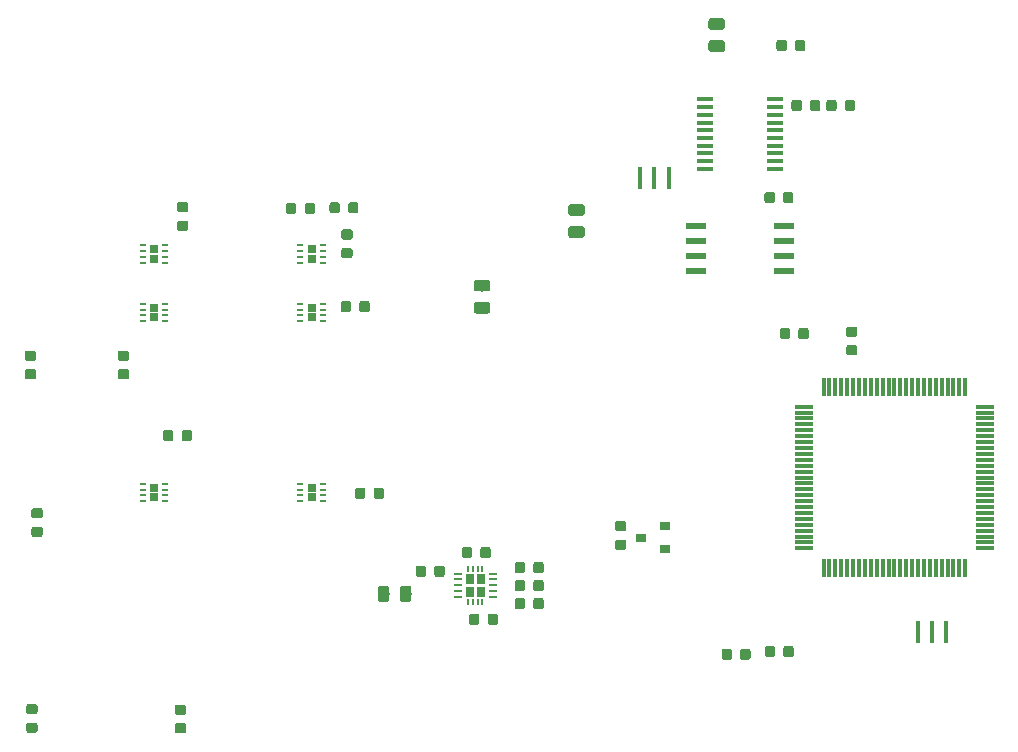
<source format=gbr>
G04 #@! TF.GenerationSoftware,KiCad,Pcbnew,(5.0.2)-1*
G04 #@! TF.CreationDate,2019-02-02T14:32:06-06:00*
G04 #@! TF.ProjectId,Motor test module,4d6f746f-7220-4746-9573-74206d6f6475,rev?*
G04 #@! TF.SameCoordinates,Original*
G04 #@! TF.FileFunction,Paste,Top*
G04 #@! TF.FilePolarity,Positive*
%FSLAX46Y46*%
G04 Gerber Fmt 4.6, Leading zero omitted, Abs format (unit mm)*
G04 Created by KiCad (PCBNEW (5.0.2)-1) date 2/2/2019 2:32:06 PM*
%MOMM*%
%LPD*%
G01*
G04 APERTURE LIST*
%ADD10R,1.500000X0.300000*%
%ADD11R,0.300000X1.500000*%
%ADD12R,0.750000X0.650000*%
%ADD13R,0.500000X0.250000*%
%ADD14C,0.100000*%
%ADD15C,0.875000*%
%ADD16R,0.150000X0.600000*%
%ADD17O,0.800000X0.230000*%
%ADD18R,0.230000X0.230000*%
%ADD19R,0.650000X0.900000*%
%ADD20R,0.230000X0.600000*%
%ADD21R,1.450000X0.450000*%
%ADD22R,1.750000X0.550000*%
%ADD23R,0.400000X1.900000*%
%ADD24R,0.900000X0.800000*%
%ADD25C,0.975000*%
G04 APERTURE END LIST*
D10*
G04 #@! TO.C,U8*
X160117000Y-99918000D03*
X160117000Y-100418000D03*
X160117000Y-100918000D03*
X160117000Y-101418000D03*
X160117000Y-101918000D03*
X160117000Y-102418000D03*
X160117000Y-102918000D03*
X160117000Y-103418000D03*
X160117000Y-103918000D03*
X160117000Y-104418000D03*
X160117000Y-104918000D03*
X160117000Y-105418000D03*
X160117000Y-105918000D03*
X160117000Y-106418000D03*
X160117000Y-106918000D03*
X160117000Y-107418000D03*
X160117000Y-107918000D03*
X160117000Y-108418000D03*
X160117000Y-108918000D03*
X160117000Y-109418000D03*
X160117000Y-109918000D03*
X160117000Y-110418000D03*
X160117000Y-110918000D03*
X160117000Y-111418000D03*
X160117000Y-111918000D03*
D11*
X161767000Y-113568000D03*
X162267000Y-113568000D03*
X162767000Y-113568000D03*
X163267000Y-113568000D03*
X163767000Y-113568000D03*
X164267000Y-113568000D03*
X164767000Y-113568000D03*
X165267000Y-113568000D03*
X165767000Y-113568000D03*
X166267000Y-113568000D03*
X166767000Y-113568000D03*
X167267000Y-113568000D03*
X167767000Y-113568000D03*
X168267000Y-113568000D03*
X168767000Y-113568000D03*
X169267000Y-113568000D03*
X169767000Y-113568000D03*
X170267000Y-113568000D03*
X170767000Y-113568000D03*
X171267000Y-113568000D03*
X171767000Y-113568000D03*
X172267000Y-113568000D03*
X172767000Y-113568000D03*
X173267000Y-113568000D03*
X173767000Y-113568000D03*
D10*
X175417000Y-111918000D03*
X175417000Y-111418000D03*
X175417000Y-110918000D03*
X175417000Y-110418000D03*
X175417000Y-109918000D03*
X175417000Y-109418000D03*
X175417000Y-108918000D03*
X175417000Y-108418000D03*
X175417000Y-107918000D03*
X175417000Y-107418000D03*
X175417000Y-106918000D03*
X175417000Y-106418000D03*
X175417000Y-105918000D03*
X175417000Y-105418000D03*
X175417000Y-104918000D03*
X175417000Y-104418000D03*
X175417000Y-103918000D03*
X175417000Y-103418000D03*
X175417000Y-102918000D03*
X175417000Y-102418000D03*
X175417000Y-101918000D03*
X175417000Y-101418000D03*
X175417000Y-100918000D03*
X175417000Y-100418000D03*
X175417000Y-99918000D03*
D11*
X173767000Y-98268000D03*
X173267000Y-98268000D03*
X172767000Y-98268000D03*
X172267000Y-98268000D03*
X171767000Y-98268000D03*
X171267000Y-98268000D03*
X170767000Y-98268000D03*
X170267000Y-98268000D03*
X169767000Y-98268000D03*
X169267000Y-98268000D03*
X168767000Y-98268000D03*
X168267000Y-98268000D03*
X167767000Y-98268000D03*
X167267000Y-98268000D03*
X166767000Y-98268000D03*
X166267000Y-98268000D03*
X165767000Y-98268000D03*
X165267000Y-98268000D03*
X164767000Y-98268000D03*
X164267000Y-98268000D03*
X163767000Y-98268000D03*
X163267000Y-98268000D03*
X162767000Y-98268000D03*
X162267000Y-98268000D03*
X161767000Y-98268000D03*
G04 #@! TD*
D12*
G04 #@! TO.C,U7*
X118427500Y-91548000D03*
X118427500Y-92348000D03*
D13*
X119377500Y-92198000D03*
X119377500Y-92698000D03*
X117477500Y-92698000D03*
X117477500Y-91698000D03*
X117477500Y-91198000D03*
X119377500Y-91198000D03*
X119377500Y-91698000D03*
X117477500Y-92198000D03*
G04 #@! TD*
G04 #@! TO.C,U6*
X117477500Y-87245000D03*
X119377500Y-86745000D03*
X119377500Y-86245000D03*
X117477500Y-86245000D03*
X117477500Y-86745000D03*
X117477500Y-87745000D03*
X119377500Y-87745000D03*
X119377500Y-87245000D03*
D12*
X118427500Y-87395000D03*
X118427500Y-86595000D03*
G04 #@! TD*
G04 #@! TO.C,U5*
X105092500Y-106788000D03*
X105092500Y-107588000D03*
D13*
X106042500Y-107438000D03*
X106042500Y-107938000D03*
X104142500Y-107938000D03*
X104142500Y-106938000D03*
X104142500Y-106438000D03*
X106042500Y-106438000D03*
X106042500Y-106938000D03*
X104142500Y-107438000D03*
G04 #@! TD*
G04 #@! TO.C,U4*
X117477500Y-107438000D03*
X119377500Y-106938000D03*
X119377500Y-106438000D03*
X117477500Y-106438000D03*
X117477500Y-106938000D03*
X117477500Y-107938000D03*
X119377500Y-107938000D03*
X119377500Y-107438000D03*
D12*
X118427500Y-107588000D03*
X118427500Y-106788000D03*
G04 #@! TD*
G04 #@! TO.C,U2*
X105092500Y-91548000D03*
X105092500Y-92348000D03*
D13*
X106042500Y-92198000D03*
X106042500Y-92698000D03*
X104142500Y-92698000D03*
X104142500Y-91698000D03*
X104142500Y-91198000D03*
X106042500Y-91198000D03*
X106042500Y-91698000D03*
X104142500Y-92198000D03*
G04 #@! TD*
D12*
G04 #@! TO.C,U3*
X105092500Y-86576000D03*
X105092500Y-87376000D03*
D13*
X106042500Y-87226000D03*
X106042500Y-87726000D03*
X104142500Y-87726000D03*
X104142500Y-86726000D03*
X104142500Y-86226000D03*
X106042500Y-86226000D03*
X106042500Y-86726000D03*
X104142500Y-87226000D03*
G04 #@! TD*
D14*
G04 #@! TO.C,C3*
G36*
X132421691Y-117445553D02*
X132442926Y-117448703D01*
X132463750Y-117453919D01*
X132483962Y-117461151D01*
X132503368Y-117470330D01*
X132521781Y-117481366D01*
X132539024Y-117494154D01*
X132554930Y-117508570D01*
X132569346Y-117524476D01*
X132582134Y-117541719D01*
X132593170Y-117560132D01*
X132602349Y-117579538D01*
X132609581Y-117599750D01*
X132614797Y-117620574D01*
X132617947Y-117641809D01*
X132619000Y-117663250D01*
X132619000Y-118175750D01*
X132617947Y-118197191D01*
X132614797Y-118218426D01*
X132609581Y-118239250D01*
X132602349Y-118259462D01*
X132593170Y-118278868D01*
X132582134Y-118297281D01*
X132569346Y-118314524D01*
X132554930Y-118330430D01*
X132539024Y-118344846D01*
X132521781Y-118357634D01*
X132503368Y-118368670D01*
X132483962Y-118377849D01*
X132463750Y-118385081D01*
X132442926Y-118390297D01*
X132421691Y-118393447D01*
X132400250Y-118394500D01*
X131962750Y-118394500D01*
X131941309Y-118393447D01*
X131920074Y-118390297D01*
X131899250Y-118385081D01*
X131879038Y-118377849D01*
X131859632Y-118368670D01*
X131841219Y-118357634D01*
X131823976Y-118344846D01*
X131808070Y-118330430D01*
X131793654Y-118314524D01*
X131780866Y-118297281D01*
X131769830Y-118278868D01*
X131760651Y-118259462D01*
X131753419Y-118239250D01*
X131748203Y-118218426D01*
X131745053Y-118197191D01*
X131744000Y-118175750D01*
X131744000Y-117663250D01*
X131745053Y-117641809D01*
X131748203Y-117620574D01*
X131753419Y-117599750D01*
X131760651Y-117579538D01*
X131769830Y-117560132D01*
X131780866Y-117541719D01*
X131793654Y-117524476D01*
X131808070Y-117508570D01*
X131823976Y-117494154D01*
X131841219Y-117481366D01*
X131859632Y-117470330D01*
X131879038Y-117461151D01*
X131899250Y-117453919D01*
X131920074Y-117448703D01*
X131941309Y-117445553D01*
X131962750Y-117444500D01*
X132400250Y-117444500D01*
X132421691Y-117445553D01*
X132421691Y-117445553D01*
G37*
D15*
X132181500Y-117919500D03*
D14*
G36*
X133996691Y-117445553D02*
X134017926Y-117448703D01*
X134038750Y-117453919D01*
X134058962Y-117461151D01*
X134078368Y-117470330D01*
X134096781Y-117481366D01*
X134114024Y-117494154D01*
X134129930Y-117508570D01*
X134144346Y-117524476D01*
X134157134Y-117541719D01*
X134168170Y-117560132D01*
X134177349Y-117579538D01*
X134184581Y-117599750D01*
X134189797Y-117620574D01*
X134192947Y-117641809D01*
X134194000Y-117663250D01*
X134194000Y-118175750D01*
X134192947Y-118197191D01*
X134189797Y-118218426D01*
X134184581Y-118239250D01*
X134177349Y-118259462D01*
X134168170Y-118278868D01*
X134157134Y-118297281D01*
X134144346Y-118314524D01*
X134129930Y-118330430D01*
X134114024Y-118344846D01*
X134096781Y-118357634D01*
X134078368Y-118368670D01*
X134058962Y-118377849D01*
X134038750Y-118385081D01*
X134017926Y-118390297D01*
X133996691Y-118393447D01*
X133975250Y-118394500D01*
X133537750Y-118394500D01*
X133516309Y-118393447D01*
X133495074Y-118390297D01*
X133474250Y-118385081D01*
X133454038Y-118377849D01*
X133434632Y-118368670D01*
X133416219Y-118357634D01*
X133398976Y-118344846D01*
X133383070Y-118330430D01*
X133368654Y-118314524D01*
X133355866Y-118297281D01*
X133344830Y-118278868D01*
X133335651Y-118259462D01*
X133328419Y-118239250D01*
X133323203Y-118218426D01*
X133320053Y-118197191D01*
X133319000Y-118175750D01*
X133319000Y-117663250D01*
X133320053Y-117641809D01*
X133323203Y-117620574D01*
X133328419Y-117599750D01*
X133335651Y-117579538D01*
X133344830Y-117560132D01*
X133355866Y-117541719D01*
X133368654Y-117524476D01*
X133383070Y-117508570D01*
X133398976Y-117494154D01*
X133416219Y-117481366D01*
X133434632Y-117470330D01*
X133454038Y-117461151D01*
X133474250Y-117453919D01*
X133495074Y-117448703D01*
X133516309Y-117445553D01*
X133537750Y-117444500D01*
X133975250Y-117444500D01*
X133996691Y-117445553D01*
X133996691Y-117445553D01*
G37*
D15*
X133756500Y-117919500D03*
G04 #@! TD*
D14*
G04 #@! TO.C,C4*
G36*
X136295191Y-116112053D02*
X136316426Y-116115203D01*
X136337250Y-116120419D01*
X136357462Y-116127651D01*
X136376868Y-116136830D01*
X136395281Y-116147866D01*
X136412524Y-116160654D01*
X136428430Y-116175070D01*
X136442846Y-116190976D01*
X136455634Y-116208219D01*
X136466670Y-116226632D01*
X136475849Y-116246038D01*
X136483081Y-116266250D01*
X136488297Y-116287074D01*
X136491447Y-116308309D01*
X136492500Y-116329750D01*
X136492500Y-116842250D01*
X136491447Y-116863691D01*
X136488297Y-116884926D01*
X136483081Y-116905750D01*
X136475849Y-116925962D01*
X136466670Y-116945368D01*
X136455634Y-116963781D01*
X136442846Y-116981024D01*
X136428430Y-116996930D01*
X136412524Y-117011346D01*
X136395281Y-117024134D01*
X136376868Y-117035170D01*
X136357462Y-117044349D01*
X136337250Y-117051581D01*
X136316426Y-117056797D01*
X136295191Y-117059947D01*
X136273750Y-117061000D01*
X135836250Y-117061000D01*
X135814809Y-117059947D01*
X135793574Y-117056797D01*
X135772750Y-117051581D01*
X135752538Y-117044349D01*
X135733132Y-117035170D01*
X135714719Y-117024134D01*
X135697476Y-117011346D01*
X135681570Y-116996930D01*
X135667154Y-116981024D01*
X135654366Y-116963781D01*
X135643330Y-116945368D01*
X135634151Y-116925962D01*
X135626919Y-116905750D01*
X135621703Y-116884926D01*
X135618553Y-116863691D01*
X135617500Y-116842250D01*
X135617500Y-116329750D01*
X135618553Y-116308309D01*
X135621703Y-116287074D01*
X135626919Y-116266250D01*
X135634151Y-116246038D01*
X135643330Y-116226632D01*
X135654366Y-116208219D01*
X135667154Y-116190976D01*
X135681570Y-116175070D01*
X135697476Y-116160654D01*
X135714719Y-116147866D01*
X135733132Y-116136830D01*
X135752538Y-116127651D01*
X135772750Y-116120419D01*
X135793574Y-116115203D01*
X135814809Y-116112053D01*
X135836250Y-116111000D01*
X136273750Y-116111000D01*
X136295191Y-116112053D01*
X136295191Y-116112053D01*
G37*
D15*
X136055000Y-116586000D03*
D14*
G36*
X137870191Y-116112053D02*
X137891426Y-116115203D01*
X137912250Y-116120419D01*
X137932462Y-116127651D01*
X137951868Y-116136830D01*
X137970281Y-116147866D01*
X137987524Y-116160654D01*
X138003430Y-116175070D01*
X138017846Y-116190976D01*
X138030634Y-116208219D01*
X138041670Y-116226632D01*
X138050849Y-116246038D01*
X138058081Y-116266250D01*
X138063297Y-116287074D01*
X138066447Y-116308309D01*
X138067500Y-116329750D01*
X138067500Y-116842250D01*
X138066447Y-116863691D01*
X138063297Y-116884926D01*
X138058081Y-116905750D01*
X138050849Y-116925962D01*
X138041670Y-116945368D01*
X138030634Y-116963781D01*
X138017846Y-116981024D01*
X138003430Y-116996930D01*
X137987524Y-117011346D01*
X137970281Y-117024134D01*
X137951868Y-117035170D01*
X137932462Y-117044349D01*
X137912250Y-117051581D01*
X137891426Y-117056797D01*
X137870191Y-117059947D01*
X137848750Y-117061000D01*
X137411250Y-117061000D01*
X137389809Y-117059947D01*
X137368574Y-117056797D01*
X137347750Y-117051581D01*
X137327538Y-117044349D01*
X137308132Y-117035170D01*
X137289719Y-117024134D01*
X137272476Y-117011346D01*
X137256570Y-116996930D01*
X137242154Y-116981024D01*
X137229366Y-116963781D01*
X137218330Y-116945368D01*
X137209151Y-116925962D01*
X137201919Y-116905750D01*
X137196703Y-116884926D01*
X137193553Y-116863691D01*
X137192500Y-116842250D01*
X137192500Y-116329750D01*
X137193553Y-116308309D01*
X137196703Y-116287074D01*
X137201919Y-116266250D01*
X137209151Y-116246038D01*
X137218330Y-116226632D01*
X137229366Y-116208219D01*
X137242154Y-116190976D01*
X137256570Y-116175070D01*
X137272476Y-116160654D01*
X137289719Y-116147866D01*
X137308132Y-116136830D01*
X137327538Y-116127651D01*
X137347750Y-116120419D01*
X137368574Y-116115203D01*
X137389809Y-116112053D01*
X137411250Y-116111000D01*
X137848750Y-116111000D01*
X137870191Y-116112053D01*
X137870191Y-116112053D01*
G37*
D15*
X137630000Y-116586000D03*
G04 #@! TD*
D14*
G04 #@! TO.C,C14*
G36*
X162673191Y-73948053D02*
X162694426Y-73951203D01*
X162715250Y-73956419D01*
X162735462Y-73963651D01*
X162754868Y-73972830D01*
X162773281Y-73983866D01*
X162790524Y-73996654D01*
X162806430Y-74011070D01*
X162820846Y-74026976D01*
X162833634Y-74044219D01*
X162844670Y-74062632D01*
X162853849Y-74082038D01*
X162861081Y-74102250D01*
X162866297Y-74123074D01*
X162869447Y-74144309D01*
X162870500Y-74165750D01*
X162870500Y-74678250D01*
X162869447Y-74699691D01*
X162866297Y-74720926D01*
X162861081Y-74741750D01*
X162853849Y-74761962D01*
X162844670Y-74781368D01*
X162833634Y-74799781D01*
X162820846Y-74817024D01*
X162806430Y-74832930D01*
X162790524Y-74847346D01*
X162773281Y-74860134D01*
X162754868Y-74871170D01*
X162735462Y-74880349D01*
X162715250Y-74887581D01*
X162694426Y-74892797D01*
X162673191Y-74895947D01*
X162651750Y-74897000D01*
X162214250Y-74897000D01*
X162192809Y-74895947D01*
X162171574Y-74892797D01*
X162150750Y-74887581D01*
X162130538Y-74880349D01*
X162111132Y-74871170D01*
X162092719Y-74860134D01*
X162075476Y-74847346D01*
X162059570Y-74832930D01*
X162045154Y-74817024D01*
X162032366Y-74799781D01*
X162021330Y-74781368D01*
X162012151Y-74761962D01*
X162004919Y-74741750D01*
X161999703Y-74720926D01*
X161996553Y-74699691D01*
X161995500Y-74678250D01*
X161995500Y-74165750D01*
X161996553Y-74144309D01*
X161999703Y-74123074D01*
X162004919Y-74102250D01*
X162012151Y-74082038D01*
X162021330Y-74062632D01*
X162032366Y-74044219D01*
X162045154Y-74026976D01*
X162059570Y-74011070D01*
X162075476Y-73996654D01*
X162092719Y-73983866D01*
X162111132Y-73972830D01*
X162130538Y-73963651D01*
X162150750Y-73956419D01*
X162171574Y-73951203D01*
X162192809Y-73948053D01*
X162214250Y-73947000D01*
X162651750Y-73947000D01*
X162673191Y-73948053D01*
X162673191Y-73948053D01*
G37*
D15*
X162433000Y-74422000D03*
D14*
G36*
X164248191Y-73948053D02*
X164269426Y-73951203D01*
X164290250Y-73956419D01*
X164310462Y-73963651D01*
X164329868Y-73972830D01*
X164348281Y-73983866D01*
X164365524Y-73996654D01*
X164381430Y-74011070D01*
X164395846Y-74026976D01*
X164408634Y-74044219D01*
X164419670Y-74062632D01*
X164428849Y-74082038D01*
X164436081Y-74102250D01*
X164441297Y-74123074D01*
X164444447Y-74144309D01*
X164445500Y-74165750D01*
X164445500Y-74678250D01*
X164444447Y-74699691D01*
X164441297Y-74720926D01*
X164436081Y-74741750D01*
X164428849Y-74761962D01*
X164419670Y-74781368D01*
X164408634Y-74799781D01*
X164395846Y-74817024D01*
X164381430Y-74832930D01*
X164365524Y-74847346D01*
X164348281Y-74860134D01*
X164329868Y-74871170D01*
X164310462Y-74880349D01*
X164290250Y-74887581D01*
X164269426Y-74892797D01*
X164248191Y-74895947D01*
X164226750Y-74897000D01*
X163789250Y-74897000D01*
X163767809Y-74895947D01*
X163746574Y-74892797D01*
X163725750Y-74887581D01*
X163705538Y-74880349D01*
X163686132Y-74871170D01*
X163667719Y-74860134D01*
X163650476Y-74847346D01*
X163634570Y-74832930D01*
X163620154Y-74817024D01*
X163607366Y-74799781D01*
X163596330Y-74781368D01*
X163587151Y-74761962D01*
X163579919Y-74741750D01*
X163574703Y-74720926D01*
X163571553Y-74699691D01*
X163570500Y-74678250D01*
X163570500Y-74165750D01*
X163571553Y-74144309D01*
X163574703Y-74123074D01*
X163579919Y-74102250D01*
X163587151Y-74082038D01*
X163596330Y-74062632D01*
X163607366Y-74044219D01*
X163620154Y-74026976D01*
X163634570Y-74011070D01*
X163650476Y-73996654D01*
X163667719Y-73983866D01*
X163686132Y-73972830D01*
X163705538Y-73963651D01*
X163725750Y-73956419D01*
X163746574Y-73951203D01*
X163767809Y-73948053D01*
X163789250Y-73947000D01*
X164226750Y-73947000D01*
X164248191Y-73948053D01*
X164248191Y-73948053D01*
G37*
D15*
X164008000Y-74422000D03*
G04 #@! TD*
D16*
G04 #@! TO.C,U1*
X131685000Y-116471000D03*
X132885000Y-116471000D03*
X131685000Y-113621000D03*
X132885000Y-113621000D03*
D17*
X130810000Y-114046000D03*
X130810000Y-114546000D03*
D18*
X130525000Y-115046000D03*
D17*
X130810000Y-115546000D03*
D18*
X130525000Y-116046000D03*
D17*
X133760000Y-116046000D03*
X133760000Y-115546000D03*
D18*
X134045000Y-115046000D03*
X134045000Y-114546000D03*
X134045000Y-114046000D03*
D16*
X132085000Y-113621000D03*
X132485000Y-113621000D03*
X132085000Y-116471000D03*
X132485000Y-116471000D03*
D18*
X130525000Y-114046000D03*
X130525000Y-114546000D03*
D17*
X130810000Y-115046000D03*
D18*
X130525000Y-115546000D03*
D17*
X130810000Y-116046000D03*
D18*
X134045000Y-116046000D03*
X134045000Y-115546000D03*
D17*
X133760000Y-115046000D03*
X133760000Y-114546000D03*
X133760000Y-114046000D03*
D19*
X131850000Y-114486000D03*
X132720000Y-115606000D03*
X131850000Y-115606000D03*
X132720000Y-114486000D03*
D20*
X131685000Y-113621000D03*
X132085000Y-113621000D03*
X132485000Y-113621000D03*
X132885000Y-113621000D03*
X131685000Y-116471000D03*
X132085000Y-116471000D03*
X132485000Y-116471000D03*
X132885000Y-116471000D03*
G04 #@! TD*
D21*
G04 #@! TO.C,U9*
X151736000Y-73910000D03*
X151736000Y-74560000D03*
X151736000Y-75210000D03*
X151736000Y-75860000D03*
X151736000Y-76510000D03*
X151736000Y-77160000D03*
X151736000Y-77810000D03*
X151736000Y-78460000D03*
X151736000Y-79110000D03*
X151736000Y-79760000D03*
X157636000Y-79760000D03*
X157636000Y-79110000D03*
X157636000Y-78460000D03*
X157636000Y-77810000D03*
X157636000Y-77160000D03*
X157636000Y-76510000D03*
X157636000Y-75860000D03*
X157636000Y-75210000D03*
X157636000Y-74560000D03*
X157636000Y-73910000D03*
G04 #@! TD*
D14*
G04 #@! TO.C,C16*
G36*
X118502591Y-82660253D02*
X118523826Y-82663403D01*
X118544650Y-82668619D01*
X118564862Y-82675851D01*
X118584268Y-82685030D01*
X118602681Y-82696066D01*
X118619924Y-82708854D01*
X118635830Y-82723270D01*
X118650246Y-82739176D01*
X118663034Y-82756419D01*
X118674070Y-82774832D01*
X118683249Y-82794238D01*
X118690481Y-82814450D01*
X118695697Y-82835274D01*
X118698847Y-82856509D01*
X118699900Y-82877950D01*
X118699900Y-83390450D01*
X118698847Y-83411891D01*
X118695697Y-83433126D01*
X118690481Y-83453950D01*
X118683249Y-83474162D01*
X118674070Y-83493568D01*
X118663034Y-83511981D01*
X118650246Y-83529224D01*
X118635830Y-83545130D01*
X118619924Y-83559546D01*
X118602681Y-83572334D01*
X118584268Y-83583370D01*
X118564862Y-83592549D01*
X118544650Y-83599781D01*
X118523826Y-83604997D01*
X118502591Y-83608147D01*
X118481150Y-83609200D01*
X118043650Y-83609200D01*
X118022209Y-83608147D01*
X118000974Y-83604997D01*
X117980150Y-83599781D01*
X117959938Y-83592549D01*
X117940532Y-83583370D01*
X117922119Y-83572334D01*
X117904876Y-83559546D01*
X117888970Y-83545130D01*
X117874554Y-83529224D01*
X117861766Y-83511981D01*
X117850730Y-83493568D01*
X117841551Y-83474162D01*
X117834319Y-83453950D01*
X117829103Y-83433126D01*
X117825953Y-83411891D01*
X117824900Y-83390450D01*
X117824900Y-82877950D01*
X117825953Y-82856509D01*
X117829103Y-82835274D01*
X117834319Y-82814450D01*
X117841551Y-82794238D01*
X117850730Y-82774832D01*
X117861766Y-82756419D01*
X117874554Y-82739176D01*
X117888970Y-82723270D01*
X117904876Y-82708854D01*
X117922119Y-82696066D01*
X117940532Y-82685030D01*
X117959938Y-82675851D01*
X117980150Y-82668619D01*
X118000974Y-82663403D01*
X118022209Y-82660253D01*
X118043650Y-82659200D01*
X118481150Y-82659200D01*
X118502591Y-82660253D01*
X118502591Y-82660253D01*
G37*
D15*
X118262400Y-83134200D03*
D14*
G36*
X116927591Y-82660253D02*
X116948826Y-82663403D01*
X116969650Y-82668619D01*
X116989862Y-82675851D01*
X117009268Y-82685030D01*
X117027681Y-82696066D01*
X117044924Y-82708854D01*
X117060830Y-82723270D01*
X117075246Y-82739176D01*
X117088034Y-82756419D01*
X117099070Y-82774832D01*
X117108249Y-82794238D01*
X117115481Y-82814450D01*
X117120697Y-82835274D01*
X117123847Y-82856509D01*
X117124900Y-82877950D01*
X117124900Y-83390450D01*
X117123847Y-83411891D01*
X117120697Y-83433126D01*
X117115481Y-83453950D01*
X117108249Y-83474162D01*
X117099070Y-83493568D01*
X117088034Y-83511981D01*
X117075246Y-83529224D01*
X117060830Y-83545130D01*
X117044924Y-83559546D01*
X117027681Y-83572334D01*
X117009268Y-83583370D01*
X116989862Y-83592549D01*
X116969650Y-83599781D01*
X116948826Y-83604997D01*
X116927591Y-83608147D01*
X116906150Y-83609200D01*
X116468650Y-83609200D01*
X116447209Y-83608147D01*
X116425974Y-83604997D01*
X116405150Y-83599781D01*
X116384938Y-83592549D01*
X116365532Y-83583370D01*
X116347119Y-83572334D01*
X116329876Y-83559546D01*
X116313970Y-83545130D01*
X116299554Y-83529224D01*
X116286766Y-83511981D01*
X116275730Y-83493568D01*
X116266551Y-83474162D01*
X116259319Y-83453950D01*
X116254103Y-83433126D01*
X116250953Y-83411891D01*
X116249900Y-83390450D01*
X116249900Y-82877950D01*
X116250953Y-82856509D01*
X116254103Y-82835274D01*
X116259319Y-82814450D01*
X116266551Y-82794238D01*
X116275730Y-82774832D01*
X116286766Y-82756419D01*
X116299554Y-82739176D01*
X116313970Y-82723270D01*
X116329876Y-82708854D01*
X116347119Y-82696066D01*
X116365532Y-82685030D01*
X116384938Y-82675851D01*
X116405150Y-82668619D01*
X116425974Y-82663403D01*
X116447209Y-82660253D01*
X116468650Y-82659200D01*
X116906150Y-82659200D01*
X116927591Y-82660253D01*
X116927591Y-82660253D01*
G37*
D15*
X116687400Y-83134200D03*
G04 #@! TD*
D14*
G04 #@! TO.C,C17*
G36*
X120610691Y-82609453D02*
X120631926Y-82612603D01*
X120652750Y-82617819D01*
X120672962Y-82625051D01*
X120692368Y-82634230D01*
X120710781Y-82645266D01*
X120728024Y-82658054D01*
X120743930Y-82672470D01*
X120758346Y-82688376D01*
X120771134Y-82705619D01*
X120782170Y-82724032D01*
X120791349Y-82743438D01*
X120798581Y-82763650D01*
X120803797Y-82784474D01*
X120806947Y-82805709D01*
X120808000Y-82827150D01*
X120808000Y-83339650D01*
X120806947Y-83361091D01*
X120803797Y-83382326D01*
X120798581Y-83403150D01*
X120791349Y-83423362D01*
X120782170Y-83442768D01*
X120771134Y-83461181D01*
X120758346Y-83478424D01*
X120743930Y-83494330D01*
X120728024Y-83508746D01*
X120710781Y-83521534D01*
X120692368Y-83532570D01*
X120672962Y-83541749D01*
X120652750Y-83548981D01*
X120631926Y-83554197D01*
X120610691Y-83557347D01*
X120589250Y-83558400D01*
X120151750Y-83558400D01*
X120130309Y-83557347D01*
X120109074Y-83554197D01*
X120088250Y-83548981D01*
X120068038Y-83541749D01*
X120048632Y-83532570D01*
X120030219Y-83521534D01*
X120012976Y-83508746D01*
X119997070Y-83494330D01*
X119982654Y-83478424D01*
X119969866Y-83461181D01*
X119958830Y-83442768D01*
X119949651Y-83423362D01*
X119942419Y-83403150D01*
X119937203Y-83382326D01*
X119934053Y-83361091D01*
X119933000Y-83339650D01*
X119933000Y-82827150D01*
X119934053Y-82805709D01*
X119937203Y-82784474D01*
X119942419Y-82763650D01*
X119949651Y-82743438D01*
X119958830Y-82724032D01*
X119969866Y-82705619D01*
X119982654Y-82688376D01*
X119997070Y-82672470D01*
X120012976Y-82658054D01*
X120030219Y-82645266D01*
X120048632Y-82634230D01*
X120068038Y-82625051D01*
X120088250Y-82617819D01*
X120109074Y-82612603D01*
X120130309Y-82609453D01*
X120151750Y-82608400D01*
X120589250Y-82608400D01*
X120610691Y-82609453D01*
X120610691Y-82609453D01*
G37*
D15*
X120370500Y-83083400D03*
D14*
G36*
X122185691Y-82609453D02*
X122206926Y-82612603D01*
X122227750Y-82617819D01*
X122247962Y-82625051D01*
X122267368Y-82634230D01*
X122285781Y-82645266D01*
X122303024Y-82658054D01*
X122318930Y-82672470D01*
X122333346Y-82688376D01*
X122346134Y-82705619D01*
X122357170Y-82724032D01*
X122366349Y-82743438D01*
X122373581Y-82763650D01*
X122378797Y-82784474D01*
X122381947Y-82805709D01*
X122383000Y-82827150D01*
X122383000Y-83339650D01*
X122381947Y-83361091D01*
X122378797Y-83382326D01*
X122373581Y-83403150D01*
X122366349Y-83423362D01*
X122357170Y-83442768D01*
X122346134Y-83461181D01*
X122333346Y-83478424D01*
X122318930Y-83494330D01*
X122303024Y-83508746D01*
X122285781Y-83521534D01*
X122267368Y-83532570D01*
X122247962Y-83541749D01*
X122227750Y-83548981D01*
X122206926Y-83554197D01*
X122185691Y-83557347D01*
X122164250Y-83558400D01*
X121726750Y-83558400D01*
X121705309Y-83557347D01*
X121684074Y-83554197D01*
X121663250Y-83548981D01*
X121643038Y-83541749D01*
X121623632Y-83532570D01*
X121605219Y-83521534D01*
X121587976Y-83508746D01*
X121572070Y-83494330D01*
X121557654Y-83478424D01*
X121544866Y-83461181D01*
X121533830Y-83442768D01*
X121524651Y-83423362D01*
X121517419Y-83403150D01*
X121512203Y-83382326D01*
X121509053Y-83361091D01*
X121508000Y-83339650D01*
X121508000Y-82827150D01*
X121509053Y-82805709D01*
X121512203Y-82784474D01*
X121517419Y-82763650D01*
X121524651Y-82743438D01*
X121533830Y-82724032D01*
X121544866Y-82705619D01*
X121557654Y-82688376D01*
X121572070Y-82672470D01*
X121587976Y-82658054D01*
X121605219Y-82645266D01*
X121623632Y-82634230D01*
X121643038Y-82625051D01*
X121663250Y-82617819D01*
X121684074Y-82612603D01*
X121705309Y-82609453D01*
X121726750Y-82608400D01*
X122164250Y-82608400D01*
X122185691Y-82609453D01*
X122185691Y-82609453D01*
G37*
D15*
X121945500Y-83083400D03*
G04 #@! TD*
D14*
G04 #@! TO.C,C18*
G36*
X107783191Y-84171053D02*
X107804426Y-84174203D01*
X107825250Y-84179419D01*
X107845462Y-84186651D01*
X107864868Y-84195830D01*
X107883281Y-84206866D01*
X107900524Y-84219654D01*
X107916430Y-84234070D01*
X107930846Y-84249976D01*
X107943634Y-84267219D01*
X107954670Y-84285632D01*
X107963849Y-84305038D01*
X107971081Y-84325250D01*
X107976297Y-84346074D01*
X107979447Y-84367309D01*
X107980500Y-84388750D01*
X107980500Y-84826250D01*
X107979447Y-84847691D01*
X107976297Y-84868926D01*
X107971081Y-84889750D01*
X107963849Y-84909962D01*
X107954670Y-84929368D01*
X107943634Y-84947781D01*
X107930846Y-84965024D01*
X107916430Y-84980930D01*
X107900524Y-84995346D01*
X107883281Y-85008134D01*
X107864868Y-85019170D01*
X107845462Y-85028349D01*
X107825250Y-85035581D01*
X107804426Y-85040797D01*
X107783191Y-85043947D01*
X107761750Y-85045000D01*
X107249250Y-85045000D01*
X107227809Y-85043947D01*
X107206574Y-85040797D01*
X107185750Y-85035581D01*
X107165538Y-85028349D01*
X107146132Y-85019170D01*
X107127719Y-85008134D01*
X107110476Y-84995346D01*
X107094570Y-84980930D01*
X107080154Y-84965024D01*
X107067366Y-84947781D01*
X107056330Y-84929368D01*
X107047151Y-84909962D01*
X107039919Y-84889750D01*
X107034703Y-84868926D01*
X107031553Y-84847691D01*
X107030500Y-84826250D01*
X107030500Y-84388750D01*
X107031553Y-84367309D01*
X107034703Y-84346074D01*
X107039919Y-84325250D01*
X107047151Y-84305038D01*
X107056330Y-84285632D01*
X107067366Y-84267219D01*
X107080154Y-84249976D01*
X107094570Y-84234070D01*
X107110476Y-84219654D01*
X107127719Y-84206866D01*
X107146132Y-84195830D01*
X107165538Y-84186651D01*
X107185750Y-84179419D01*
X107206574Y-84174203D01*
X107227809Y-84171053D01*
X107249250Y-84170000D01*
X107761750Y-84170000D01*
X107783191Y-84171053D01*
X107783191Y-84171053D01*
G37*
D15*
X107505500Y-84607500D03*
D14*
G36*
X107783191Y-82596053D02*
X107804426Y-82599203D01*
X107825250Y-82604419D01*
X107845462Y-82611651D01*
X107864868Y-82620830D01*
X107883281Y-82631866D01*
X107900524Y-82644654D01*
X107916430Y-82659070D01*
X107930846Y-82674976D01*
X107943634Y-82692219D01*
X107954670Y-82710632D01*
X107963849Y-82730038D01*
X107971081Y-82750250D01*
X107976297Y-82771074D01*
X107979447Y-82792309D01*
X107980500Y-82813750D01*
X107980500Y-83251250D01*
X107979447Y-83272691D01*
X107976297Y-83293926D01*
X107971081Y-83314750D01*
X107963849Y-83334962D01*
X107954670Y-83354368D01*
X107943634Y-83372781D01*
X107930846Y-83390024D01*
X107916430Y-83405930D01*
X107900524Y-83420346D01*
X107883281Y-83433134D01*
X107864868Y-83444170D01*
X107845462Y-83453349D01*
X107825250Y-83460581D01*
X107804426Y-83465797D01*
X107783191Y-83468947D01*
X107761750Y-83470000D01*
X107249250Y-83470000D01*
X107227809Y-83468947D01*
X107206574Y-83465797D01*
X107185750Y-83460581D01*
X107165538Y-83453349D01*
X107146132Y-83444170D01*
X107127719Y-83433134D01*
X107110476Y-83420346D01*
X107094570Y-83405930D01*
X107080154Y-83390024D01*
X107067366Y-83372781D01*
X107056330Y-83354368D01*
X107047151Y-83334962D01*
X107039919Y-83314750D01*
X107034703Y-83293926D01*
X107031553Y-83272691D01*
X107030500Y-83251250D01*
X107030500Y-82813750D01*
X107031553Y-82792309D01*
X107034703Y-82771074D01*
X107039919Y-82750250D01*
X107047151Y-82730038D01*
X107056330Y-82710632D01*
X107067366Y-82692219D01*
X107080154Y-82674976D01*
X107094570Y-82659070D01*
X107110476Y-82644654D01*
X107127719Y-82631866D01*
X107146132Y-82620830D01*
X107165538Y-82611651D01*
X107185750Y-82604419D01*
X107206574Y-82599203D01*
X107227809Y-82596053D01*
X107249250Y-82595000D01*
X107761750Y-82595000D01*
X107783191Y-82596053D01*
X107783191Y-82596053D01*
G37*
D15*
X107505500Y-83032500D03*
G04 #@! TD*
D14*
G04 #@! TO.C,C19*
G36*
X123138191Y-90966053D02*
X123159426Y-90969203D01*
X123180250Y-90974419D01*
X123200462Y-90981651D01*
X123219868Y-90990830D01*
X123238281Y-91001866D01*
X123255524Y-91014654D01*
X123271430Y-91029070D01*
X123285846Y-91044976D01*
X123298634Y-91062219D01*
X123309670Y-91080632D01*
X123318849Y-91100038D01*
X123326081Y-91120250D01*
X123331297Y-91141074D01*
X123334447Y-91162309D01*
X123335500Y-91183750D01*
X123335500Y-91696250D01*
X123334447Y-91717691D01*
X123331297Y-91738926D01*
X123326081Y-91759750D01*
X123318849Y-91779962D01*
X123309670Y-91799368D01*
X123298634Y-91817781D01*
X123285846Y-91835024D01*
X123271430Y-91850930D01*
X123255524Y-91865346D01*
X123238281Y-91878134D01*
X123219868Y-91889170D01*
X123200462Y-91898349D01*
X123180250Y-91905581D01*
X123159426Y-91910797D01*
X123138191Y-91913947D01*
X123116750Y-91915000D01*
X122679250Y-91915000D01*
X122657809Y-91913947D01*
X122636574Y-91910797D01*
X122615750Y-91905581D01*
X122595538Y-91898349D01*
X122576132Y-91889170D01*
X122557719Y-91878134D01*
X122540476Y-91865346D01*
X122524570Y-91850930D01*
X122510154Y-91835024D01*
X122497366Y-91817781D01*
X122486330Y-91799368D01*
X122477151Y-91779962D01*
X122469919Y-91759750D01*
X122464703Y-91738926D01*
X122461553Y-91717691D01*
X122460500Y-91696250D01*
X122460500Y-91183750D01*
X122461553Y-91162309D01*
X122464703Y-91141074D01*
X122469919Y-91120250D01*
X122477151Y-91100038D01*
X122486330Y-91080632D01*
X122497366Y-91062219D01*
X122510154Y-91044976D01*
X122524570Y-91029070D01*
X122540476Y-91014654D01*
X122557719Y-91001866D01*
X122576132Y-90990830D01*
X122595538Y-90981651D01*
X122615750Y-90974419D01*
X122636574Y-90969203D01*
X122657809Y-90966053D01*
X122679250Y-90965000D01*
X123116750Y-90965000D01*
X123138191Y-90966053D01*
X123138191Y-90966053D01*
G37*
D15*
X122898000Y-91440000D03*
D14*
G36*
X121563191Y-90966053D02*
X121584426Y-90969203D01*
X121605250Y-90974419D01*
X121625462Y-90981651D01*
X121644868Y-90990830D01*
X121663281Y-91001866D01*
X121680524Y-91014654D01*
X121696430Y-91029070D01*
X121710846Y-91044976D01*
X121723634Y-91062219D01*
X121734670Y-91080632D01*
X121743849Y-91100038D01*
X121751081Y-91120250D01*
X121756297Y-91141074D01*
X121759447Y-91162309D01*
X121760500Y-91183750D01*
X121760500Y-91696250D01*
X121759447Y-91717691D01*
X121756297Y-91738926D01*
X121751081Y-91759750D01*
X121743849Y-91779962D01*
X121734670Y-91799368D01*
X121723634Y-91817781D01*
X121710846Y-91835024D01*
X121696430Y-91850930D01*
X121680524Y-91865346D01*
X121663281Y-91878134D01*
X121644868Y-91889170D01*
X121625462Y-91898349D01*
X121605250Y-91905581D01*
X121584426Y-91910797D01*
X121563191Y-91913947D01*
X121541750Y-91915000D01*
X121104250Y-91915000D01*
X121082809Y-91913947D01*
X121061574Y-91910797D01*
X121040750Y-91905581D01*
X121020538Y-91898349D01*
X121001132Y-91889170D01*
X120982719Y-91878134D01*
X120965476Y-91865346D01*
X120949570Y-91850930D01*
X120935154Y-91835024D01*
X120922366Y-91817781D01*
X120911330Y-91799368D01*
X120902151Y-91779962D01*
X120894919Y-91759750D01*
X120889703Y-91738926D01*
X120886553Y-91717691D01*
X120885500Y-91696250D01*
X120885500Y-91183750D01*
X120886553Y-91162309D01*
X120889703Y-91141074D01*
X120894919Y-91120250D01*
X120902151Y-91100038D01*
X120911330Y-91080632D01*
X120922366Y-91062219D01*
X120935154Y-91044976D01*
X120949570Y-91029070D01*
X120965476Y-91014654D01*
X120982719Y-91001866D01*
X121001132Y-90990830D01*
X121020538Y-90981651D01*
X121040750Y-90974419D01*
X121061574Y-90969203D01*
X121082809Y-90966053D01*
X121104250Y-90965000D01*
X121541750Y-90965000D01*
X121563191Y-90966053D01*
X121563191Y-90966053D01*
G37*
D15*
X121323000Y-91440000D03*
G04 #@! TD*
D14*
G04 #@! TO.C,C20*
G36*
X95019691Y-125090153D02*
X95040926Y-125093303D01*
X95061750Y-125098519D01*
X95081962Y-125105751D01*
X95101368Y-125114930D01*
X95119781Y-125125966D01*
X95137024Y-125138754D01*
X95152930Y-125153170D01*
X95167346Y-125169076D01*
X95180134Y-125186319D01*
X95191170Y-125204732D01*
X95200349Y-125224138D01*
X95207581Y-125244350D01*
X95212797Y-125265174D01*
X95215947Y-125286409D01*
X95217000Y-125307850D01*
X95217000Y-125745350D01*
X95215947Y-125766791D01*
X95212797Y-125788026D01*
X95207581Y-125808850D01*
X95200349Y-125829062D01*
X95191170Y-125848468D01*
X95180134Y-125866881D01*
X95167346Y-125884124D01*
X95152930Y-125900030D01*
X95137024Y-125914446D01*
X95119781Y-125927234D01*
X95101368Y-125938270D01*
X95081962Y-125947449D01*
X95061750Y-125954681D01*
X95040926Y-125959897D01*
X95019691Y-125963047D01*
X94998250Y-125964100D01*
X94485750Y-125964100D01*
X94464309Y-125963047D01*
X94443074Y-125959897D01*
X94422250Y-125954681D01*
X94402038Y-125947449D01*
X94382632Y-125938270D01*
X94364219Y-125927234D01*
X94346976Y-125914446D01*
X94331070Y-125900030D01*
X94316654Y-125884124D01*
X94303866Y-125866881D01*
X94292830Y-125848468D01*
X94283651Y-125829062D01*
X94276419Y-125808850D01*
X94271203Y-125788026D01*
X94268053Y-125766791D01*
X94267000Y-125745350D01*
X94267000Y-125307850D01*
X94268053Y-125286409D01*
X94271203Y-125265174D01*
X94276419Y-125244350D01*
X94283651Y-125224138D01*
X94292830Y-125204732D01*
X94303866Y-125186319D01*
X94316654Y-125169076D01*
X94331070Y-125153170D01*
X94346976Y-125138754D01*
X94364219Y-125125966D01*
X94382632Y-125114930D01*
X94402038Y-125105751D01*
X94422250Y-125098519D01*
X94443074Y-125093303D01*
X94464309Y-125090153D01*
X94485750Y-125089100D01*
X94998250Y-125089100D01*
X95019691Y-125090153D01*
X95019691Y-125090153D01*
G37*
D15*
X94742000Y-125526600D03*
D14*
G36*
X95019691Y-126665153D02*
X95040926Y-126668303D01*
X95061750Y-126673519D01*
X95081962Y-126680751D01*
X95101368Y-126689930D01*
X95119781Y-126700966D01*
X95137024Y-126713754D01*
X95152930Y-126728170D01*
X95167346Y-126744076D01*
X95180134Y-126761319D01*
X95191170Y-126779732D01*
X95200349Y-126799138D01*
X95207581Y-126819350D01*
X95212797Y-126840174D01*
X95215947Y-126861409D01*
X95217000Y-126882850D01*
X95217000Y-127320350D01*
X95215947Y-127341791D01*
X95212797Y-127363026D01*
X95207581Y-127383850D01*
X95200349Y-127404062D01*
X95191170Y-127423468D01*
X95180134Y-127441881D01*
X95167346Y-127459124D01*
X95152930Y-127475030D01*
X95137024Y-127489446D01*
X95119781Y-127502234D01*
X95101368Y-127513270D01*
X95081962Y-127522449D01*
X95061750Y-127529681D01*
X95040926Y-127534897D01*
X95019691Y-127538047D01*
X94998250Y-127539100D01*
X94485750Y-127539100D01*
X94464309Y-127538047D01*
X94443074Y-127534897D01*
X94422250Y-127529681D01*
X94402038Y-127522449D01*
X94382632Y-127513270D01*
X94364219Y-127502234D01*
X94346976Y-127489446D01*
X94331070Y-127475030D01*
X94316654Y-127459124D01*
X94303866Y-127441881D01*
X94292830Y-127423468D01*
X94283651Y-127404062D01*
X94276419Y-127383850D01*
X94271203Y-127363026D01*
X94268053Y-127341791D01*
X94267000Y-127320350D01*
X94267000Y-126882850D01*
X94268053Y-126861409D01*
X94271203Y-126840174D01*
X94276419Y-126819350D01*
X94283651Y-126799138D01*
X94292830Y-126779732D01*
X94303866Y-126761319D01*
X94316654Y-126744076D01*
X94331070Y-126728170D01*
X94346976Y-126713754D01*
X94364219Y-126700966D01*
X94382632Y-126689930D01*
X94402038Y-126680751D01*
X94422250Y-126673519D01*
X94443074Y-126668303D01*
X94464309Y-126665153D01*
X94485750Y-126664100D01*
X94998250Y-126664100D01*
X95019691Y-126665153D01*
X95019691Y-126665153D01*
G37*
D15*
X94742000Y-127101600D03*
G04 #@! TD*
D14*
G04 #@! TO.C,C21*
G36*
X153808592Y-120404653D02*
X153829827Y-120407803D01*
X153850651Y-120413019D01*
X153870863Y-120420251D01*
X153890269Y-120429430D01*
X153908682Y-120440466D01*
X153925925Y-120453254D01*
X153941831Y-120467670D01*
X153956247Y-120483576D01*
X153969035Y-120500819D01*
X153980071Y-120519232D01*
X153989250Y-120538638D01*
X153996482Y-120558850D01*
X154001698Y-120579674D01*
X154004848Y-120600909D01*
X154005901Y-120622350D01*
X154005901Y-121134850D01*
X154004848Y-121156291D01*
X154001698Y-121177526D01*
X153996482Y-121198350D01*
X153989250Y-121218562D01*
X153980071Y-121237968D01*
X153969035Y-121256381D01*
X153956247Y-121273624D01*
X153941831Y-121289530D01*
X153925925Y-121303946D01*
X153908682Y-121316734D01*
X153890269Y-121327770D01*
X153870863Y-121336949D01*
X153850651Y-121344181D01*
X153829827Y-121349397D01*
X153808592Y-121352547D01*
X153787151Y-121353600D01*
X153349651Y-121353600D01*
X153328210Y-121352547D01*
X153306975Y-121349397D01*
X153286151Y-121344181D01*
X153265939Y-121336949D01*
X153246533Y-121327770D01*
X153228120Y-121316734D01*
X153210877Y-121303946D01*
X153194971Y-121289530D01*
X153180555Y-121273624D01*
X153167767Y-121256381D01*
X153156731Y-121237968D01*
X153147552Y-121218562D01*
X153140320Y-121198350D01*
X153135104Y-121177526D01*
X153131954Y-121156291D01*
X153130901Y-121134850D01*
X153130901Y-120622350D01*
X153131954Y-120600909D01*
X153135104Y-120579674D01*
X153140320Y-120558850D01*
X153147552Y-120538638D01*
X153156731Y-120519232D01*
X153167767Y-120500819D01*
X153180555Y-120483576D01*
X153194971Y-120467670D01*
X153210877Y-120453254D01*
X153228120Y-120440466D01*
X153246533Y-120429430D01*
X153265939Y-120420251D01*
X153286151Y-120413019D01*
X153306975Y-120407803D01*
X153328210Y-120404653D01*
X153349651Y-120403600D01*
X153787151Y-120403600D01*
X153808592Y-120404653D01*
X153808592Y-120404653D01*
G37*
D15*
X153568401Y-120878600D03*
D14*
G36*
X155383592Y-120404653D02*
X155404827Y-120407803D01*
X155425651Y-120413019D01*
X155445863Y-120420251D01*
X155465269Y-120429430D01*
X155483682Y-120440466D01*
X155500925Y-120453254D01*
X155516831Y-120467670D01*
X155531247Y-120483576D01*
X155544035Y-120500819D01*
X155555071Y-120519232D01*
X155564250Y-120538638D01*
X155571482Y-120558850D01*
X155576698Y-120579674D01*
X155579848Y-120600909D01*
X155580901Y-120622350D01*
X155580901Y-121134850D01*
X155579848Y-121156291D01*
X155576698Y-121177526D01*
X155571482Y-121198350D01*
X155564250Y-121218562D01*
X155555071Y-121237968D01*
X155544035Y-121256381D01*
X155531247Y-121273624D01*
X155516831Y-121289530D01*
X155500925Y-121303946D01*
X155483682Y-121316734D01*
X155465269Y-121327770D01*
X155445863Y-121336949D01*
X155425651Y-121344181D01*
X155404827Y-121349397D01*
X155383592Y-121352547D01*
X155362151Y-121353600D01*
X154924651Y-121353600D01*
X154903210Y-121352547D01*
X154881975Y-121349397D01*
X154861151Y-121344181D01*
X154840939Y-121336949D01*
X154821533Y-121327770D01*
X154803120Y-121316734D01*
X154785877Y-121303946D01*
X154769971Y-121289530D01*
X154755555Y-121273624D01*
X154742767Y-121256381D01*
X154731731Y-121237968D01*
X154722552Y-121218562D01*
X154715320Y-121198350D01*
X154710104Y-121177526D01*
X154706954Y-121156291D01*
X154705901Y-121134850D01*
X154705901Y-120622350D01*
X154706954Y-120600909D01*
X154710104Y-120579674D01*
X154715320Y-120558850D01*
X154722552Y-120538638D01*
X154731731Y-120519232D01*
X154742767Y-120500819D01*
X154755555Y-120483576D01*
X154769971Y-120467670D01*
X154785877Y-120453254D01*
X154803120Y-120440466D01*
X154821533Y-120429430D01*
X154840939Y-120420251D01*
X154861151Y-120413019D01*
X154881975Y-120407803D01*
X154903210Y-120404653D01*
X154924651Y-120403600D01*
X155362151Y-120403600D01*
X155383592Y-120404653D01*
X155383592Y-120404653D01*
G37*
D15*
X155143401Y-120878600D03*
G04 #@! TD*
D14*
G04 #@! TO.C,C22*
G36*
X102766691Y-96744053D02*
X102787926Y-96747203D01*
X102808750Y-96752419D01*
X102828962Y-96759651D01*
X102848368Y-96768830D01*
X102866781Y-96779866D01*
X102884024Y-96792654D01*
X102899930Y-96807070D01*
X102914346Y-96822976D01*
X102927134Y-96840219D01*
X102938170Y-96858632D01*
X102947349Y-96878038D01*
X102954581Y-96898250D01*
X102959797Y-96919074D01*
X102962947Y-96940309D01*
X102964000Y-96961750D01*
X102964000Y-97399250D01*
X102962947Y-97420691D01*
X102959797Y-97441926D01*
X102954581Y-97462750D01*
X102947349Y-97482962D01*
X102938170Y-97502368D01*
X102927134Y-97520781D01*
X102914346Y-97538024D01*
X102899930Y-97553930D01*
X102884024Y-97568346D01*
X102866781Y-97581134D01*
X102848368Y-97592170D01*
X102828962Y-97601349D01*
X102808750Y-97608581D01*
X102787926Y-97613797D01*
X102766691Y-97616947D01*
X102745250Y-97618000D01*
X102232750Y-97618000D01*
X102211309Y-97616947D01*
X102190074Y-97613797D01*
X102169250Y-97608581D01*
X102149038Y-97601349D01*
X102129632Y-97592170D01*
X102111219Y-97581134D01*
X102093976Y-97568346D01*
X102078070Y-97553930D01*
X102063654Y-97538024D01*
X102050866Y-97520781D01*
X102039830Y-97502368D01*
X102030651Y-97482962D01*
X102023419Y-97462750D01*
X102018203Y-97441926D01*
X102015053Y-97420691D01*
X102014000Y-97399250D01*
X102014000Y-96961750D01*
X102015053Y-96940309D01*
X102018203Y-96919074D01*
X102023419Y-96898250D01*
X102030651Y-96878038D01*
X102039830Y-96858632D01*
X102050866Y-96840219D01*
X102063654Y-96822976D01*
X102078070Y-96807070D01*
X102093976Y-96792654D01*
X102111219Y-96779866D01*
X102129632Y-96768830D01*
X102149038Y-96759651D01*
X102169250Y-96752419D01*
X102190074Y-96747203D01*
X102211309Y-96744053D01*
X102232750Y-96743000D01*
X102745250Y-96743000D01*
X102766691Y-96744053D01*
X102766691Y-96744053D01*
G37*
D15*
X102489000Y-97180500D03*
D14*
G36*
X102766691Y-95169053D02*
X102787926Y-95172203D01*
X102808750Y-95177419D01*
X102828962Y-95184651D01*
X102848368Y-95193830D01*
X102866781Y-95204866D01*
X102884024Y-95217654D01*
X102899930Y-95232070D01*
X102914346Y-95247976D01*
X102927134Y-95265219D01*
X102938170Y-95283632D01*
X102947349Y-95303038D01*
X102954581Y-95323250D01*
X102959797Y-95344074D01*
X102962947Y-95365309D01*
X102964000Y-95386750D01*
X102964000Y-95824250D01*
X102962947Y-95845691D01*
X102959797Y-95866926D01*
X102954581Y-95887750D01*
X102947349Y-95907962D01*
X102938170Y-95927368D01*
X102927134Y-95945781D01*
X102914346Y-95963024D01*
X102899930Y-95978930D01*
X102884024Y-95993346D01*
X102866781Y-96006134D01*
X102848368Y-96017170D01*
X102828962Y-96026349D01*
X102808750Y-96033581D01*
X102787926Y-96038797D01*
X102766691Y-96041947D01*
X102745250Y-96043000D01*
X102232750Y-96043000D01*
X102211309Y-96041947D01*
X102190074Y-96038797D01*
X102169250Y-96033581D01*
X102149038Y-96026349D01*
X102129632Y-96017170D01*
X102111219Y-96006134D01*
X102093976Y-95993346D01*
X102078070Y-95978930D01*
X102063654Y-95963024D01*
X102050866Y-95945781D01*
X102039830Y-95927368D01*
X102030651Y-95907962D01*
X102023419Y-95887750D01*
X102018203Y-95866926D01*
X102015053Y-95845691D01*
X102014000Y-95824250D01*
X102014000Y-95386750D01*
X102015053Y-95365309D01*
X102018203Y-95344074D01*
X102023419Y-95323250D01*
X102030651Y-95303038D01*
X102039830Y-95283632D01*
X102050866Y-95265219D01*
X102063654Y-95247976D01*
X102078070Y-95232070D01*
X102093976Y-95217654D01*
X102111219Y-95204866D01*
X102129632Y-95193830D01*
X102149038Y-95184651D01*
X102169250Y-95177419D01*
X102190074Y-95172203D01*
X102211309Y-95169053D01*
X102232750Y-95168000D01*
X102745250Y-95168000D01*
X102766691Y-95169053D01*
X102766691Y-95169053D01*
G37*
D15*
X102489000Y-95605500D03*
G04 #@! TD*
D14*
G04 #@! TO.C,C23*
G36*
X121689691Y-86482553D02*
X121710926Y-86485703D01*
X121731750Y-86490919D01*
X121751962Y-86498151D01*
X121771368Y-86507330D01*
X121789781Y-86518366D01*
X121807024Y-86531154D01*
X121822930Y-86545570D01*
X121837346Y-86561476D01*
X121850134Y-86578719D01*
X121861170Y-86597132D01*
X121870349Y-86616538D01*
X121877581Y-86636750D01*
X121882797Y-86657574D01*
X121885947Y-86678809D01*
X121887000Y-86700250D01*
X121887000Y-87137750D01*
X121885947Y-87159191D01*
X121882797Y-87180426D01*
X121877581Y-87201250D01*
X121870349Y-87221462D01*
X121861170Y-87240868D01*
X121850134Y-87259281D01*
X121837346Y-87276524D01*
X121822930Y-87292430D01*
X121807024Y-87306846D01*
X121789781Y-87319634D01*
X121771368Y-87330670D01*
X121751962Y-87339849D01*
X121731750Y-87347081D01*
X121710926Y-87352297D01*
X121689691Y-87355447D01*
X121668250Y-87356500D01*
X121155750Y-87356500D01*
X121134309Y-87355447D01*
X121113074Y-87352297D01*
X121092250Y-87347081D01*
X121072038Y-87339849D01*
X121052632Y-87330670D01*
X121034219Y-87319634D01*
X121016976Y-87306846D01*
X121001070Y-87292430D01*
X120986654Y-87276524D01*
X120973866Y-87259281D01*
X120962830Y-87240868D01*
X120953651Y-87221462D01*
X120946419Y-87201250D01*
X120941203Y-87180426D01*
X120938053Y-87159191D01*
X120937000Y-87137750D01*
X120937000Y-86700250D01*
X120938053Y-86678809D01*
X120941203Y-86657574D01*
X120946419Y-86636750D01*
X120953651Y-86616538D01*
X120962830Y-86597132D01*
X120973866Y-86578719D01*
X120986654Y-86561476D01*
X121001070Y-86545570D01*
X121016976Y-86531154D01*
X121034219Y-86518366D01*
X121052632Y-86507330D01*
X121072038Y-86498151D01*
X121092250Y-86490919D01*
X121113074Y-86485703D01*
X121134309Y-86482553D01*
X121155750Y-86481500D01*
X121668250Y-86481500D01*
X121689691Y-86482553D01*
X121689691Y-86482553D01*
G37*
D15*
X121412000Y-86919000D03*
D14*
G36*
X121689691Y-84907553D02*
X121710926Y-84910703D01*
X121731750Y-84915919D01*
X121751962Y-84923151D01*
X121771368Y-84932330D01*
X121789781Y-84943366D01*
X121807024Y-84956154D01*
X121822930Y-84970570D01*
X121837346Y-84986476D01*
X121850134Y-85003719D01*
X121861170Y-85022132D01*
X121870349Y-85041538D01*
X121877581Y-85061750D01*
X121882797Y-85082574D01*
X121885947Y-85103809D01*
X121887000Y-85125250D01*
X121887000Y-85562750D01*
X121885947Y-85584191D01*
X121882797Y-85605426D01*
X121877581Y-85626250D01*
X121870349Y-85646462D01*
X121861170Y-85665868D01*
X121850134Y-85684281D01*
X121837346Y-85701524D01*
X121822930Y-85717430D01*
X121807024Y-85731846D01*
X121789781Y-85744634D01*
X121771368Y-85755670D01*
X121751962Y-85764849D01*
X121731750Y-85772081D01*
X121710926Y-85777297D01*
X121689691Y-85780447D01*
X121668250Y-85781500D01*
X121155750Y-85781500D01*
X121134309Y-85780447D01*
X121113074Y-85777297D01*
X121092250Y-85772081D01*
X121072038Y-85764849D01*
X121052632Y-85755670D01*
X121034219Y-85744634D01*
X121016976Y-85731846D01*
X121001070Y-85717430D01*
X120986654Y-85701524D01*
X120973866Y-85684281D01*
X120962830Y-85665868D01*
X120953651Y-85646462D01*
X120946419Y-85626250D01*
X120941203Y-85605426D01*
X120938053Y-85584191D01*
X120937000Y-85562750D01*
X120937000Y-85125250D01*
X120938053Y-85103809D01*
X120941203Y-85082574D01*
X120946419Y-85061750D01*
X120953651Y-85041538D01*
X120962830Y-85022132D01*
X120973866Y-85003719D01*
X120986654Y-84986476D01*
X121001070Y-84970570D01*
X121016976Y-84956154D01*
X121034219Y-84943366D01*
X121052632Y-84932330D01*
X121072038Y-84923151D01*
X121092250Y-84915919D01*
X121113074Y-84910703D01*
X121134309Y-84907553D01*
X121155750Y-84906500D01*
X121668250Y-84906500D01*
X121689691Y-84907553D01*
X121689691Y-84907553D01*
G37*
D15*
X121412000Y-85344000D03*
G04 #@! TD*
D14*
G04 #@! TO.C,C24*
G36*
X107592691Y-126716053D02*
X107613926Y-126719203D01*
X107634750Y-126724419D01*
X107654962Y-126731651D01*
X107674368Y-126740830D01*
X107692781Y-126751866D01*
X107710024Y-126764654D01*
X107725930Y-126779070D01*
X107740346Y-126794976D01*
X107753134Y-126812219D01*
X107764170Y-126830632D01*
X107773349Y-126850038D01*
X107780581Y-126870250D01*
X107785797Y-126891074D01*
X107788947Y-126912309D01*
X107790000Y-126933750D01*
X107790000Y-127371250D01*
X107788947Y-127392691D01*
X107785797Y-127413926D01*
X107780581Y-127434750D01*
X107773349Y-127454962D01*
X107764170Y-127474368D01*
X107753134Y-127492781D01*
X107740346Y-127510024D01*
X107725930Y-127525930D01*
X107710024Y-127540346D01*
X107692781Y-127553134D01*
X107674368Y-127564170D01*
X107654962Y-127573349D01*
X107634750Y-127580581D01*
X107613926Y-127585797D01*
X107592691Y-127588947D01*
X107571250Y-127590000D01*
X107058750Y-127590000D01*
X107037309Y-127588947D01*
X107016074Y-127585797D01*
X106995250Y-127580581D01*
X106975038Y-127573349D01*
X106955632Y-127564170D01*
X106937219Y-127553134D01*
X106919976Y-127540346D01*
X106904070Y-127525930D01*
X106889654Y-127510024D01*
X106876866Y-127492781D01*
X106865830Y-127474368D01*
X106856651Y-127454962D01*
X106849419Y-127434750D01*
X106844203Y-127413926D01*
X106841053Y-127392691D01*
X106840000Y-127371250D01*
X106840000Y-126933750D01*
X106841053Y-126912309D01*
X106844203Y-126891074D01*
X106849419Y-126870250D01*
X106856651Y-126850038D01*
X106865830Y-126830632D01*
X106876866Y-126812219D01*
X106889654Y-126794976D01*
X106904070Y-126779070D01*
X106919976Y-126764654D01*
X106937219Y-126751866D01*
X106955632Y-126740830D01*
X106975038Y-126731651D01*
X106995250Y-126724419D01*
X107016074Y-126719203D01*
X107037309Y-126716053D01*
X107058750Y-126715000D01*
X107571250Y-126715000D01*
X107592691Y-126716053D01*
X107592691Y-126716053D01*
G37*
D15*
X107315000Y-127152500D03*
D14*
G36*
X107592691Y-125141053D02*
X107613926Y-125144203D01*
X107634750Y-125149419D01*
X107654962Y-125156651D01*
X107674368Y-125165830D01*
X107692781Y-125176866D01*
X107710024Y-125189654D01*
X107725930Y-125204070D01*
X107740346Y-125219976D01*
X107753134Y-125237219D01*
X107764170Y-125255632D01*
X107773349Y-125275038D01*
X107780581Y-125295250D01*
X107785797Y-125316074D01*
X107788947Y-125337309D01*
X107790000Y-125358750D01*
X107790000Y-125796250D01*
X107788947Y-125817691D01*
X107785797Y-125838926D01*
X107780581Y-125859750D01*
X107773349Y-125879962D01*
X107764170Y-125899368D01*
X107753134Y-125917781D01*
X107740346Y-125935024D01*
X107725930Y-125950930D01*
X107710024Y-125965346D01*
X107692781Y-125978134D01*
X107674368Y-125989170D01*
X107654962Y-125998349D01*
X107634750Y-126005581D01*
X107613926Y-126010797D01*
X107592691Y-126013947D01*
X107571250Y-126015000D01*
X107058750Y-126015000D01*
X107037309Y-126013947D01*
X107016074Y-126010797D01*
X106995250Y-126005581D01*
X106975038Y-125998349D01*
X106955632Y-125989170D01*
X106937219Y-125978134D01*
X106919976Y-125965346D01*
X106904070Y-125950930D01*
X106889654Y-125935024D01*
X106876866Y-125917781D01*
X106865830Y-125899368D01*
X106856651Y-125879962D01*
X106849419Y-125859750D01*
X106844203Y-125838926D01*
X106841053Y-125817691D01*
X106840000Y-125796250D01*
X106840000Y-125358750D01*
X106841053Y-125337309D01*
X106844203Y-125316074D01*
X106849419Y-125295250D01*
X106856651Y-125275038D01*
X106865830Y-125255632D01*
X106876866Y-125237219D01*
X106889654Y-125219976D01*
X106904070Y-125204070D01*
X106919976Y-125189654D01*
X106937219Y-125176866D01*
X106955632Y-125165830D01*
X106975038Y-125156651D01*
X106995250Y-125149419D01*
X107016074Y-125144203D01*
X107037309Y-125141053D01*
X107058750Y-125140000D01*
X107571250Y-125140000D01*
X107592691Y-125141053D01*
X107592691Y-125141053D01*
G37*
D15*
X107315000Y-125577500D03*
G04 #@! TD*
D14*
G04 #@! TO.C,C25*
G36*
X94892691Y-95169053D02*
X94913926Y-95172203D01*
X94934750Y-95177419D01*
X94954962Y-95184651D01*
X94974368Y-95193830D01*
X94992781Y-95204866D01*
X95010024Y-95217654D01*
X95025930Y-95232070D01*
X95040346Y-95247976D01*
X95053134Y-95265219D01*
X95064170Y-95283632D01*
X95073349Y-95303038D01*
X95080581Y-95323250D01*
X95085797Y-95344074D01*
X95088947Y-95365309D01*
X95090000Y-95386750D01*
X95090000Y-95824250D01*
X95088947Y-95845691D01*
X95085797Y-95866926D01*
X95080581Y-95887750D01*
X95073349Y-95907962D01*
X95064170Y-95927368D01*
X95053134Y-95945781D01*
X95040346Y-95963024D01*
X95025930Y-95978930D01*
X95010024Y-95993346D01*
X94992781Y-96006134D01*
X94974368Y-96017170D01*
X94954962Y-96026349D01*
X94934750Y-96033581D01*
X94913926Y-96038797D01*
X94892691Y-96041947D01*
X94871250Y-96043000D01*
X94358750Y-96043000D01*
X94337309Y-96041947D01*
X94316074Y-96038797D01*
X94295250Y-96033581D01*
X94275038Y-96026349D01*
X94255632Y-96017170D01*
X94237219Y-96006134D01*
X94219976Y-95993346D01*
X94204070Y-95978930D01*
X94189654Y-95963024D01*
X94176866Y-95945781D01*
X94165830Y-95927368D01*
X94156651Y-95907962D01*
X94149419Y-95887750D01*
X94144203Y-95866926D01*
X94141053Y-95845691D01*
X94140000Y-95824250D01*
X94140000Y-95386750D01*
X94141053Y-95365309D01*
X94144203Y-95344074D01*
X94149419Y-95323250D01*
X94156651Y-95303038D01*
X94165830Y-95283632D01*
X94176866Y-95265219D01*
X94189654Y-95247976D01*
X94204070Y-95232070D01*
X94219976Y-95217654D01*
X94237219Y-95204866D01*
X94255632Y-95193830D01*
X94275038Y-95184651D01*
X94295250Y-95177419D01*
X94316074Y-95172203D01*
X94337309Y-95169053D01*
X94358750Y-95168000D01*
X94871250Y-95168000D01*
X94892691Y-95169053D01*
X94892691Y-95169053D01*
G37*
D15*
X94615000Y-95605500D03*
D14*
G36*
X94892691Y-96744053D02*
X94913926Y-96747203D01*
X94934750Y-96752419D01*
X94954962Y-96759651D01*
X94974368Y-96768830D01*
X94992781Y-96779866D01*
X95010024Y-96792654D01*
X95025930Y-96807070D01*
X95040346Y-96822976D01*
X95053134Y-96840219D01*
X95064170Y-96858632D01*
X95073349Y-96878038D01*
X95080581Y-96898250D01*
X95085797Y-96919074D01*
X95088947Y-96940309D01*
X95090000Y-96961750D01*
X95090000Y-97399250D01*
X95088947Y-97420691D01*
X95085797Y-97441926D01*
X95080581Y-97462750D01*
X95073349Y-97482962D01*
X95064170Y-97502368D01*
X95053134Y-97520781D01*
X95040346Y-97538024D01*
X95025930Y-97553930D01*
X95010024Y-97568346D01*
X94992781Y-97581134D01*
X94974368Y-97592170D01*
X94954962Y-97601349D01*
X94934750Y-97608581D01*
X94913926Y-97613797D01*
X94892691Y-97616947D01*
X94871250Y-97618000D01*
X94358750Y-97618000D01*
X94337309Y-97616947D01*
X94316074Y-97613797D01*
X94295250Y-97608581D01*
X94275038Y-97601349D01*
X94255632Y-97592170D01*
X94237219Y-97581134D01*
X94219976Y-97568346D01*
X94204070Y-97553930D01*
X94189654Y-97538024D01*
X94176866Y-97520781D01*
X94165830Y-97502368D01*
X94156651Y-97482962D01*
X94149419Y-97462750D01*
X94144203Y-97441926D01*
X94141053Y-97420691D01*
X94140000Y-97399250D01*
X94140000Y-96961750D01*
X94141053Y-96940309D01*
X94144203Y-96919074D01*
X94149419Y-96898250D01*
X94156651Y-96878038D01*
X94165830Y-96858632D01*
X94176866Y-96840219D01*
X94189654Y-96822976D01*
X94204070Y-96807070D01*
X94219976Y-96792654D01*
X94237219Y-96779866D01*
X94255632Y-96768830D01*
X94275038Y-96759651D01*
X94295250Y-96752419D01*
X94316074Y-96747203D01*
X94337309Y-96744053D01*
X94358750Y-96743000D01*
X94871250Y-96743000D01*
X94892691Y-96744053D01*
X94892691Y-96744053D01*
G37*
D15*
X94615000Y-97180500D03*
G04 #@! TD*
D14*
G04 #@! TO.C,C26*
G36*
X108088691Y-101888053D02*
X108109926Y-101891203D01*
X108130750Y-101896419D01*
X108150962Y-101903651D01*
X108170368Y-101912830D01*
X108188781Y-101923866D01*
X108206024Y-101936654D01*
X108221930Y-101951070D01*
X108236346Y-101966976D01*
X108249134Y-101984219D01*
X108260170Y-102002632D01*
X108269349Y-102022038D01*
X108276581Y-102042250D01*
X108281797Y-102063074D01*
X108284947Y-102084309D01*
X108286000Y-102105750D01*
X108286000Y-102618250D01*
X108284947Y-102639691D01*
X108281797Y-102660926D01*
X108276581Y-102681750D01*
X108269349Y-102701962D01*
X108260170Y-102721368D01*
X108249134Y-102739781D01*
X108236346Y-102757024D01*
X108221930Y-102772930D01*
X108206024Y-102787346D01*
X108188781Y-102800134D01*
X108170368Y-102811170D01*
X108150962Y-102820349D01*
X108130750Y-102827581D01*
X108109926Y-102832797D01*
X108088691Y-102835947D01*
X108067250Y-102837000D01*
X107629750Y-102837000D01*
X107608309Y-102835947D01*
X107587074Y-102832797D01*
X107566250Y-102827581D01*
X107546038Y-102820349D01*
X107526632Y-102811170D01*
X107508219Y-102800134D01*
X107490976Y-102787346D01*
X107475070Y-102772930D01*
X107460654Y-102757024D01*
X107447866Y-102739781D01*
X107436830Y-102721368D01*
X107427651Y-102701962D01*
X107420419Y-102681750D01*
X107415203Y-102660926D01*
X107412053Y-102639691D01*
X107411000Y-102618250D01*
X107411000Y-102105750D01*
X107412053Y-102084309D01*
X107415203Y-102063074D01*
X107420419Y-102042250D01*
X107427651Y-102022038D01*
X107436830Y-102002632D01*
X107447866Y-101984219D01*
X107460654Y-101966976D01*
X107475070Y-101951070D01*
X107490976Y-101936654D01*
X107508219Y-101923866D01*
X107526632Y-101912830D01*
X107546038Y-101903651D01*
X107566250Y-101896419D01*
X107587074Y-101891203D01*
X107608309Y-101888053D01*
X107629750Y-101887000D01*
X108067250Y-101887000D01*
X108088691Y-101888053D01*
X108088691Y-101888053D01*
G37*
D15*
X107848500Y-102362000D03*
D14*
G36*
X106513691Y-101888053D02*
X106534926Y-101891203D01*
X106555750Y-101896419D01*
X106575962Y-101903651D01*
X106595368Y-101912830D01*
X106613781Y-101923866D01*
X106631024Y-101936654D01*
X106646930Y-101951070D01*
X106661346Y-101966976D01*
X106674134Y-101984219D01*
X106685170Y-102002632D01*
X106694349Y-102022038D01*
X106701581Y-102042250D01*
X106706797Y-102063074D01*
X106709947Y-102084309D01*
X106711000Y-102105750D01*
X106711000Y-102618250D01*
X106709947Y-102639691D01*
X106706797Y-102660926D01*
X106701581Y-102681750D01*
X106694349Y-102701962D01*
X106685170Y-102721368D01*
X106674134Y-102739781D01*
X106661346Y-102757024D01*
X106646930Y-102772930D01*
X106631024Y-102787346D01*
X106613781Y-102800134D01*
X106595368Y-102811170D01*
X106575962Y-102820349D01*
X106555750Y-102827581D01*
X106534926Y-102832797D01*
X106513691Y-102835947D01*
X106492250Y-102837000D01*
X106054750Y-102837000D01*
X106033309Y-102835947D01*
X106012074Y-102832797D01*
X105991250Y-102827581D01*
X105971038Y-102820349D01*
X105951632Y-102811170D01*
X105933219Y-102800134D01*
X105915976Y-102787346D01*
X105900070Y-102772930D01*
X105885654Y-102757024D01*
X105872866Y-102739781D01*
X105861830Y-102721368D01*
X105852651Y-102701962D01*
X105845419Y-102681750D01*
X105840203Y-102660926D01*
X105837053Y-102639691D01*
X105836000Y-102618250D01*
X105836000Y-102105750D01*
X105837053Y-102084309D01*
X105840203Y-102063074D01*
X105845419Y-102042250D01*
X105852651Y-102022038D01*
X105861830Y-102002632D01*
X105872866Y-101984219D01*
X105885654Y-101966976D01*
X105900070Y-101951070D01*
X105915976Y-101936654D01*
X105933219Y-101923866D01*
X105951632Y-101912830D01*
X105971038Y-101903651D01*
X105991250Y-101896419D01*
X106012074Y-101891203D01*
X106033309Y-101888053D01*
X106054750Y-101887000D01*
X106492250Y-101887000D01*
X106513691Y-101888053D01*
X106513691Y-101888053D01*
G37*
D15*
X106273500Y-102362000D03*
G04 #@! TD*
D14*
G04 #@! TO.C,C27*
G36*
X124344691Y-106777553D02*
X124365926Y-106780703D01*
X124386750Y-106785919D01*
X124406962Y-106793151D01*
X124426368Y-106802330D01*
X124444781Y-106813366D01*
X124462024Y-106826154D01*
X124477930Y-106840570D01*
X124492346Y-106856476D01*
X124505134Y-106873719D01*
X124516170Y-106892132D01*
X124525349Y-106911538D01*
X124532581Y-106931750D01*
X124537797Y-106952574D01*
X124540947Y-106973809D01*
X124542000Y-106995250D01*
X124542000Y-107507750D01*
X124540947Y-107529191D01*
X124537797Y-107550426D01*
X124532581Y-107571250D01*
X124525349Y-107591462D01*
X124516170Y-107610868D01*
X124505134Y-107629281D01*
X124492346Y-107646524D01*
X124477930Y-107662430D01*
X124462024Y-107676846D01*
X124444781Y-107689634D01*
X124426368Y-107700670D01*
X124406962Y-107709849D01*
X124386750Y-107717081D01*
X124365926Y-107722297D01*
X124344691Y-107725447D01*
X124323250Y-107726500D01*
X123885750Y-107726500D01*
X123864309Y-107725447D01*
X123843074Y-107722297D01*
X123822250Y-107717081D01*
X123802038Y-107709849D01*
X123782632Y-107700670D01*
X123764219Y-107689634D01*
X123746976Y-107676846D01*
X123731070Y-107662430D01*
X123716654Y-107646524D01*
X123703866Y-107629281D01*
X123692830Y-107610868D01*
X123683651Y-107591462D01*
X123676419Y-107571250D01*
X123671203Y-107550426D01*
X123668053Y-107529191D01*
X123667000Y-107507750D01*
X123667000Y-106995250D01*
X123668053Y-106973809D01*
X123671203Y-106952574D01*
X123676419Y-106931750D01*
X123683651Y-106911538D01*
X123692830Y-106892132D01*
X123703866Y-106873719D01*
X123716654Y-106856476D01*
X123731070Y-106840570D01*
X123746976Y-106826154D01*
X123764219Y-106813366D01*
X123782632Y-106802330D01*
X123802038Y-106793151D01*
X123822250Y-106785919D01*
X123843074Y-106780703D01*
X123864309Y-106777553D01*
X123885750Y-106776500D01*
X124323250Y-106776500D01*
X124344691Y-106777553D01*
X124344691Y-106777553D01*
G37*
D15*
X124104500Y-107251500D03*
D14*
G36*
X122769691Y-106777553D02*
X122790926Y-106780703D01*
X122811750Y-106785919D01*
X122831962Y-106793151D01*
X122851368Y-106802330D01*
X122869781Y-106813366D01*
X122887024Y-106826154D01*
X122902930Y-106840570D01*
X122917346Y-106856476D01*
X122930134Y-106873719D01*
X122941170Y-106892132D01*
X122950349Y-106911538D01*
X122957581Y-106931750D01*
X122962797Y-106952574D01*
X122965947Y-106973809D01*
X122967000Y-106995250D01*
X122967000Y-107507750D01*
X122965947Y-107529191D01*
X122962797Y-107550426D01*
X122957581Y-107571250D01*
X122950349Y-107591462D01*
X122941170Y-107610868D01*
X122930134Y-107629281D01*
X122917346Y-107646524D01*
X122902930Y-107662430D01*
X122887024Y-107676846D01*
X122869781Y-107689634D01*
X122851368Y-107700670D01*
X122831962Y-107709849D01*
X122811750Y-107717081D01*
X122790926Y-107722297D01*
X122769691Y-107725447D01*
X122748250Y-107726500D01*
X122310750Y-107726500D01*
X122289309Y-107725447D01*
X122268074Y-107722297D01*
X122247250Y-107717081D01*
X122227038Y-107709849D01*
X122207632Y-107700670D01*
X122189219Y-107689634D01*
X122171976Y-107676846D01*
X122156070Y-107662430D01*
X122141654Y-107646524D01*
X122128866Y-107629281D01*
X122117830Y-107610868D01*
X122108651Y-107591462D01*
X122101419Y-107571250D01*
X122096203Y-107550426D01*
X122093053Y-107529191D01*
X122092000Y-107507750D01*
X122092000Y-106995250D01*
X122093053Y-106973809D01*
X122096203Y-106952574D01*
X122101419Y-106931750D01*
X122108651Y-106911538D01*
X122117830Y-106892132D01*
X122128866Y-106873719D01*
X122141654Y-106856476D01*
X122156070Y-106840570D01*
X122171976Y-106826154D01*
X122189219Y-106813366D01*
X122207632Y-106802330D01*
X122227038Y-106793151D01*
X122247250Y-106785919D01*
X122268074Y-106780703D01*
X122289309Y-106777553D01*
X122310750Y-106776500D01*
X122748250Y-106776500D01*
X122769691Y-106777553D01*
X122769691Y-106777553D01*
G37*
D15*
X122529500Y-107251500D03*
G04 #@! TD*
D14*
G04 #@! TO.C,C28*
G36*
X127913191Y-113381553D02*
X127934426Y-113384703D01*
X127955250Y-113389919D01*
X127975462Y-113397151D01*
X127994868Y-113406330D01*
X128013281Y-113417366D01*
X128030524Y-113430154D01*
X128046430Y-113444570D01*
X128060846Y-113460476D01*
X128073634Y-113477719D01*
X128084670Y-113496132D01*
X128093849Y-113515538D01*
X128101081Y-113535750D01*
X128106297Y-113556574D01*
X128109447Y-113577809D01*
X128110500Y-113599250D01*
X128110500Y-114111750D01*
X128109447Y-114133191D01*
X128106297Y-114154426D01*
X128101081Y-114175250D01*
X128093849Y-114195462D01*
X128084670Y-114214868D01*
X128073634Y-114233281D01*
X128060846Y-114250524D01*
X128046430Y-114266430D01*
X128030524Y-114280846D01*
X128013281Y-114293634D01*
X127994868Y-114304670D01*
X127975462Y-114313849D01*
X127955250Y-114321081D01*
X127934426Y-114326297D01*
X127913191Y-114329447D01*
X127891750Y-114330500D01*
X127454250Y-114330500D01*
X127432809Y-114329447D01*
X127411574Y-114326297D01*
X127390750Y-114321081D01*
X127370538Y-114313849D01*
X127351132Y-114304670D01*
X127332719Y-114293634D01*
X127315476Y-114280846D01*
X127299570Y-114266430D01*
X127285154Y-114250524D01*
X127272366Y-114233281D01*
X127261330Y-114214868D01*
X127252151Y-114195462D01*
X127244919Y-114175250D01*
X127239703Y-114154426D01*
X127236553Y-114133191D01*
X127235500Y-114111750D01*
X127235500Y-113599250D01*
X127236553Y-113577809D01*
X127239703Y-113556574D01*
X127244919Y-113535750D01*
X127252151Y-113515538D01*
X127261330Y-113496132D01*
X127272366Y-113477719D01*
X127285154Y-113460476D01*
X127299570Y-113444570D01*
X127315476Y-113430154D01*
X127332719Y-113417366D01*
X127351132Y-113406330D01*
X127370538Y-113397151D01*
X127390750Y-113389919D01*
X127411574Y-113384703D01*
X127432809Y-113381553D01*
X127454250Y-113380500D01*
X127891750Y-113380500D01*
X127913191Y-113381553D01*
X127913191Y-113381553D01*
G37*
D15*
X127673000Y-113855500D03*
D14*
G36*
X129488191Y-113381553D02*
X129509426Y-113384703D01*
X129530250Y-113389919D01*
X129550462Y-113397151D01*
X129569868Y-113406330D01*
X129588281Y-113417366D01*
X129605524Y-113430154D01*
X129621430Y-113444570D01*
X129635846Y-113460476D01*
X129648634Y-113477719D01*
X129659670Y-113496132D01*
X129668849Y-113515538D01*
X129676081Y-113535750D01*
X129681297Y-113556574D01*
X129684447Y-113577809D01*
X129685500Y-113599250D01*
X129685500Y-114111750D01*
X129684447Y-114133191D01*
X129681297Y-114154426D01*
X129676081Y-114175250D01*
X129668849Y-114195462D01*
X129659670Y-114214868D01*
X129648634Y-114233281D01*
X129635846Y-114250524D01*
X129621430Y-114266430D01*
X129605524Y-114280846D01*
X129588281Y-114293634D01*
X129569868Y-114304670D01*
X129550462Y-114313849D01*
X129530250Y-114321081D01*
X129509426Y-114326297D01*
X129488191Y-114329447D01*
X129466750Y-114330500D01*
X129029250Y-114330500D01*
X129007809Y-114329447D01*
X128986574Y-114326297D01*
X128965750Y-114321081D01*
X128945538Y-114313849D01*
X128926132Y-114304670D01*
X128907719Y-114293634D01*
X128890476Y-114280846D01*
X128874570Y-114266430D01*
X128860154Y-114250524D01*
X128847366Y-114233281D01*
X128836330Y-114214868D01*
X128827151Y-114195462D01*
X128819919Y-114175250D01*
X128814703Y-114154426D01*
X128811553Y-114133191D01*
X128810500Y-114111750D01*
X128810500Y-113599250D01*
X128811553Y-113577809D01*
X128814703Y-113556574D01*
X128819919Y-113535750D01*
X128827151Y-113515538D01*
X128836330Y-113496132D01*
X128847366Y-113477719D01*
X128860154Y-113460476D01*
X128874570Y-113444570D01*
X128890476Y-113430154D01*
X128907719Y-113417366D01*
X128926132Y-113406330D01*
X128945538Y-113397151D01*
X128965750Y-113389919D01*
X128986574Y-113384703D01*
X129007809Y-113381553D01*
X129029250Y-113380500D01*
X129466750Y-113380500D01*
X129488191Y-113381553D01*
X129488191Y-113381553D01*
G37*
D15*
X129248000Y-113855500D03*
G04 #@! TD*
D14*
G04 #@! TO.C,C29*
G36*
X95451491Y-108503952D02*
X95472726Y-108507102D01*
X95493550Y-108512318D01*
X95513762Y-108519550D01*
X95533168Y-108528729D01*
X95551581Y-108539765D01*
X95568824Y-108552553D01*
X95584730Y-108566969D01*
X95599146Y-108582875D01*
X95611934Y-108600118D01*
X95622970Y-108618531D01*
X95632149Y-108637937D01*
X95639381Y-108658149D01*
X95644597Y-108678973D01*
X95647747Y-108700208D01*
X95648800Y-108721649D01*
X95648800Y-109159149D01*
X95647747Y-109180590D01*
X95644597Y-109201825D01*
X95639381Y-109222649D01*
X95632149Y-109242861D01*
X95622970Y-109262267D01*
X95611934Y-109280680D01*
X95599146Y-109297923D01*
X95584730Y-109313829D01*
X95568824Y-109328245D01*
X95551581Y-109341033D01*
X95533168Y-109352069D01*
X95513762Y-109361248D01*
X95493550Y-109368480D01*
X95472726Y-109373696D01*
X95451491Y-109376846D01*
X95430050Y-109377899D01*
X94917550Y-109377899D01*
X94896109Y-109376846D01*
X94874874Y-109373696D01*
X94854050Y-109368480D01*
X94833838Y-109361248D01*
X94814432Y-109352069D01*
X94796019Y-109341033D01*
X94778776Y-109328245D01*
X94762870Y-109313829D01*
X94748454Y-109297923D01*
X94735666Y-109280680D01*
X94724630Y-109262267D01*
X94715451Y-109242861D01*
X94708219Y-109222649D01*
X94703003Y-109201825D01*
X94699853Y-109180590D01*
X94698800Y-109159149D01*
X94698800Y-108721649D01*
X94699853Y-108700208D01*
X94703003Y-108678973D01*
X94708219Y-108658149D01*
X94715451Y-108637937D01*
X94724630Y-108618531D01*
X94735666Y-108600118D01*
X94748454Y-108582875D01*
X94762870Y-108566969D01*
X94778776Y-108552553D01*
X94796019Y-108539765D01*
X94814432Y-108528729D01*
X94833838Y-108519550D01*
X94854050Y-108512318D01*
X94874874Y-108507102D01*
X94896109Y-108503952D01*
X94917550Y-108502899D01*
X95430050Y-108502899D01*
X95451491Y-108503952D01*
X95451491Y-108503952D01*
G37*
D15*
X95173800Y-108940399D03*
D14*
G36*
X95451491Y-110078952D02*
X95472726Y-110082102D01*
X95493550Y-110087318D01*
X95513762Y-110094550D01*
X95533168Y-110103729D01*
X95551581Y-110114765D01*
X95568824Y-110127553D01*
X95584730Y-110141969D01*
X95599146Y-110157875D01*
X95611934Y-110175118D01*
X95622970Y-110193531D01*
X95632149Y-110212937D01*
X95639381Y-110233149D01*
X95644597Y-110253973D01*
X95647747Y-110275208D01*
X95648800Y-110296649D01*
X95648800Y-110734149D01*
X95647747Y-110755590D01*
X95644597Y-110776825D01*
X95639381Y-110797649D01*
X95632149Y-110817861D01*
X95622970Y-110837267D01*
X95611934Y-110855680D01*
X95599146Y-110872923D01*
X95584730Y-110888829D01*
X95568824Y-110903245D01*
X95551581Y-110916033D01*
X95533168Y-110927069D01*
X95513762Y-110936248D01*
X95493550Y-110943480D01*
X95472726Y-110948696D01*
X95451491Y-110951846D01*
X95430050Y-110952899D01*
X94917550Y-110952899D01*
X94896109Y-110951846D01*
X94874874Y-110948696D01*
X94854050Y-110943480D01*
X94833838Y-110936248D01*
X94814432Y-110927069D01*
X94796019Y-110916033D01*
X94778776Y-110903245D01*
X94762870Y-110888829D01*
X94748454Y-110872923D01*
X94735666Y-110855680D01*
X94724630Y-110837267D01*
X94715451Y-110817861D01*
X94708219Y-110797649D01*
X94703003Y-110776825D01*
X94699853Y-110755590D01*
X94698800Y-110734149D01*
X94698800Y-110296649D01*
X94699853Y-110275208D01*
X94703003Y-110253973D01*
X94708219Y-110233149D01*
X94715451Y-110212937D01*
X94724630Y-110193531D01*
X94735666Y-110175118D01*
X94748454Y-110157875D01*
X94762870Y-110141969D01*
X94778776Y-110127553D01*
X94796019Y-110114765D01*
X94814432Y-110103729D01*
X94833838Y-110094550D01*
X94854050Y-110087318D01*
X94874874Y-110082102D01*
X94896109Y-110078952D01*
X94917550Y-110077899D01*
X95430050Y-110077899D01*
X95451491Y-110078952D01*
X95451491Y-110078952D01*
G37*
D15*
X95173800Y-110515399D03*
G04 #@! TD*
D14*
G04 #@! TO.C,C30*
G36*
X144854491Y-109596253D02*
X144875726Y-109599403D01*
X144896550Y-109604619D01*
X144916762Y-109611851D01*
X144936168Y-109621030D01*
X144954581Y-109632066D01*
X144971824Y-109644854D01*
X144987730Y-109659270D01*
X145002146Y-109675176D01*
X145014934Y-109692419D01*
X145025970Y-109710832D01*
X145035149Y-109730238D01*
X145042381Y-109750450D01*
X145047597Y-109771274D01*
X145050747Y-109792509D01*
X145051800Y-109813950D01*
X145051800Y-110251450D01*
X145050747Y-110272891D01*
X145047597Y-110294126D01*
X145042381Y-110314950D01*
X145035149Y-110335162D01*
X145025970Y-110354568D01*
X145014934Y-110372981D01*
X145002146Y-110390224D01*
X144987730Y-110406130D01*
X144971824Y-110420546D01*
X144954581Y-110433334D01*
X144936168Y-110444370D01*
X144916762Y-110453549D01*
X144896550Y-110460781D01*
X144875726Y-110465997D01*
X144854491Y-110469147D01*
X144833050Y-110470200D01*
X144320550Y-110470200D01*
X144299109Y-110469147D01*
X144277874Y-110465997D01*
X144257050Y-110460781D01*
X144236838Y-110453549D01*
X144217432Y-110444370D01*
X144199019Y-110433334D01*
X144181776Y-110420546D01*
X144165870Y-110406130D01*
X144151454Y-110390224D01*
X144138666Y-110372981D01*
X144127630Y-110354568D01*
X144118451Y-110335162D01*
X144111219Y-110314950D01*
X144106003Y-110294126D01*
X144102853Y-110272891D01*
X144101800Y-110251450D01*
X144101800Y-109813950D01*
X144102853Y-109792509D01*
X144106003Y-109771274D01*
X144111219Y-109750450D01*
X144118451Y-109730238D01*
X144127630Y-109710832D01*
X144138666Y-109692419D01*
X144151454Y-109675176D01*
X144165870Y-109659270D01*
X144181776Y-109644854D01*
X144199019Y-109632066D01*
X144217432Y-109621030D01*
X144236838Y-109611851D01*
X144257050Y-109604619D01*
X144277874Y-109599403D01*
X144299109Y-109596253D01*
X144320550Y-109595200D01*
X144833050Y-109595200D01*
X144854491Y-109596253D01*
X144854491Y-109596253D01*
G37*
D15*
X144576800Y-110032700D03*
D14*
G36*
X144854491Y-111171253D02*
X144875726Y-111174403D01*
X144896550Y-111179619D01*
X144916762Y-111186851D01*
X144936168Y-111196030D01*
X144954581Y-111207066D01*
X144971824Y-111219854D01*
X144987730Y-111234270D01*
X145002146Y-111250176D01*
X145014934Y-111267419D01*
X145025970Y-111285832D01*
X145035149Y-111305238D01*
X145042381Y-111325450D01*
X145047597Y-111346274D01*
X145050747Y-111367509D01*
X145051800Y-111388950D01*
X145051800Y-111826450D01*
X145050747Y-111847891D01*
X145047597Y-111869126D01*
X145042381Y-111889950D01*
X145035149Y-111910162D01*
X145025970Y-111929568D01*
X145014934Y-111947981D01*
X145002146Y-111965224D01*
X144987730Y-111981130D01*
X144971824Y-111995546D01*
X144954581Y-112008334D01*
X144936168Y-112019370D01*
X144916762Y-112028549D01*
X144896550Y-112035781D01*
X144875726Y-112040997D01*
X144854491Y-112044147D01*
X144833050Y-112045200D01*
X144320550Y-112045200D01*
X144299109Y-112044147D01*
X144277874Y-112040997D01*
X144257050Y-112035781D01*
X144236838Y-112028549D01*
X144217432Y-112019370D01*
X144199019Y-112008334D01*
X144181776Y-111995546D01*
X144165870Y-111981130D01*
X144151454Y-111965224D01*
X144138666Y-111947981D01*
X144127630Y-111929568D01*
X144118451Y-111910162D01*
X144111219Y-111889950D01*
X144106003Y-111869126D01*
X144102853Y-111847891D01*
X144101800Y-111826450D01*
X144101800Y-111388950D01*
X144102853Y-111367509D01*
X144106003Y-111346274D01*
X144111219Y-111325450D01*
X144118451Y-111305238D01*
X144127630Y-111285832D01*
X144138666Y-111267419D01*
X144151454Y-111250176D01*
X144165870Y-111234270D01*
X144181776Y-111219854D01*
X144199019Y-111207066D01*
X144217432Y-111196030D01*
X144236838Y-111186851D01*
X144257050Y-111179619D01*
X144277874Y-111174403D01*
X144299109Y-111171253D01*
X144320550Y-111170200D01*
X144833050Y-111170200D01*
X144854491Y-111171253D01*
X144854491Y-111171253D01*
G37*
D15*
X144576800Y-111607700D03*
G04 #@! TD*
D14*
G04 #@! TO.C,L1*
G36*
X131812191Y-111794053D02*
X131833426Y-111797203D01*
X131854250Y-111802419D01*
X131874462Y-111809651D01*
X131893868Y-111818830D01*
X131912281Y-111829866D01*
X131929524Y-111842654D01*
X131945430Y-111857070D01*
X131959846Y-111872976D01*
X131972634Y-111890219D01*
X131983670Y-111908632D01*
X131992849Y-111928038D01*
X132000081Y-111948250D01*
X132005297Y-111969074D01*
X132008447Y-111990309D01*
X132009500Y-112011750D01*
X132009500Y-112524250D01*
X132008447Y-112545691D01*
X132005297Y-112566926D01*
X132000081Y-112587750D01*
X131992849Y-112607962D01*
X131983670Y-112627368D01*
X131972634Y-112645781D01*
X131959846Y-112663024D01*
X131945430Y-112678930D01*
X131929524Y-112693346D01*
X131912281Y-112706134D01*
X131893868Y-112717170D01*
X131874462Y-112726349D01*
X131854250Y-112733581D01*
X131833426Y-112738797D01*
X131812191Y-112741947D01*
X131790750Y-112743000D01*
X131353250Y-112743000D01*
X131331809Y-112741947D01*
X131310574Y-112738797D01*
X131289750Y-112733581D01*
X131269538Y-112726349D01*
X131250132Y-112717170D01*
X131231719Y-112706134D01*
X131214476Y-112693346D01*
X131198570Y-112678930D01*
X131184154Y-112663024D01*
X131171366Y-112645781D01*
X131160330Y-112627368D01*
X131151151Y-112607962D01*
X131143919Y-112587750D01*
X131138703Y-112566926D01*
X131135553Y-112545691D01*
X131134500Y-112524250D01*
X131134500Y-112011750D01*
X131135553Y-111990309D01*
X131138703Y-111969074D01*
X131143919Y-111948250D01*
X131151151Y-111928038D01*
X131160330Y-111908632D01*
X131171366Y-111890219D01*
X131184154Y-111872976D01*
X131198570Y-111857070D01*
X131214476Y-111842654D01*
X131231719Y-111829866D01*
X131250132Y-111818830D01*
X131269538Y-111809651D01*
X131289750Y-111802419D01*
X131310574Y-111797203D01*
X131331809Y-111794053D01*
X131353250Y-111793000D01*
X131790750Y-111793000D01*
X131812191Y-111794053D01*
X131812191Y-111794053D01*
G37*
D15*
X131572000Y-112268000D03*
D14*
G36*
X133387191Y-111794053D02*
X133408426Y-111797203D01*
X133429250Y-111802419D01*
X133449462Y-111809651D01*
X133468868Y-111818830D01*
X133487281Y-111829866D01*
X133504524Y-111842654D01*
X133520430Y-111857070D01*
X133534846Y-111872976D01*
X133547634Y-111890219D01*
X133558670Y-111908632D01*
X133567849Y-111928038D01*
X133575081Y-111948250D01*
X133580297Y-111969074D01*
X133583447Y-111990309D01*
X133584500Y-112011750D01*
X133584500Y-112524250D01*
X133583447Y-112545691D01*
X133580297Y-112566926D01*
X133575081Y-112587750D01*
X133567849Y-112607962D01*
X133558670Y-112627368D01*
X133547634Y-112645781D01*
X133534846Y-112663024D01*
X133520430Y-112678930D01*
X133504524Y-112693346D01*
X133487281Y-112706134D01*
X133468868Y-112717170D01*
X133449462Y-112726349D01*
X133429250Y-112733581D01*
X133408426Y-112738797D01*
X133387191Y-112741947D01*
X133365750Y-112743000D01*
X132928250Y-112743000D01*
X132906809Y-112741947D01*
X132885574Y-112738797D01*
X132864750Y-112733581D01*
X132844538Y-112726349D01*
X132825132Y-112717170D01*
X132806719Y-112706134D01*
X132789476Y-112693346D01*
X132773570Y-112678930D01*
X132759154Y-112663024D01*
X132746366Y-112645781D01*
X132735330Y-112627368D01*
X132726151Y-112607962D01*
X132718919Y-112587750D01*
X132713703Y-112566926D01*
X132710553Y-112545691D01*
X132709500Y-112524250D01*
X132709500Y-112011750D01*
X132710553Y-111990309D01*
X132713703Y-111969074D01*
X132718919Y-111948250D01*
X132726151Y-111928038D01*
X132735330Y-111908632D01*
X132746366Y-111890219D01*
X132759154Y-111872976D01*
X132773570Y-111857070D01*
X132789476Y-111842654D01*
X132806719Y-111829866D01*
X132825132Y-111818830D01*
X132844538Y-111809651D01*
X132864750Y-111802419D01*
X132885574Y-111797203D01*
X132906809Y-111794053D01*
X132928250Y-111793000D01*
X133365750Y-111793000D01*
X133387191Y-111794053D01*
X133387191Y-111794053D01*
G37*
D15*
X133147000Y-112268000D03*
G04 #@! TD*
D14*
G04 #@! TO.C,R1*
G36*
X137870191Y-113064053D02*
X137891426Y-113067203D01*
X137912250Y-113072419D01*
X137932462Y-113079651D01*
X137951868Y-113088830D01*
X137970281Y-113099866D01*
X137987524Y-113112654D01*
X138003430Y-113127070D01*
X138017846Y-113142976D01*
X138030634Y-113160219D01*
X138041670Y-113178632D01*
X138050849Y-113198038D01*
X138058081Y-113218250D01*
X138063297Y-113239074D01*
X138066447Y-113260309D01*
X138067500Y-113281750D01*
X138067500Y-113794250D01*
X138066447Y-113815691D01*
X138063297Y-113836926D01*
X138058081Y-113857750D01*
X138050849Y-113877962D01*
X138041670Y-113897368D01*
X138030634Y-113915781D01*
X138017846Y-113933024D01*
X138003430Y-113948930D01*
X137987524Y-113963346D01*
X137970281Y-113976134D01*
X137951868Y-113987170D01*
X137932462Y-113996349D01*
X137912250Y-114003581D01*
X137891426Y-114008797D01*
X137870191Y-114011947D01*
X137848750Y-114013000D01*
X137411250Y-114013000D01*
X137389809Y-114011947D01*
X137368574Y-114008797D01*
X137347750Y-114003581D01*
X137327538Y-113996349D01*
X137308132Y-113987170D01*
X137289719Y-113976134D01*
X137272476Y-113963346D01*
X137256570Y-113948930D01*
X137242154Y-113933024D01*
X137229366Y-113915781D01*
X137218330Y-113897368D01*
X137209151Y-113877962D01*
X137201919Y-113857750D01*
X137196703Y-113836926D01*
X137193553Y-113815691D01*
X137192500Y-113794250D01*
X137192500Y-113281750D01*
X137193553Y-113260309D01*
X137196703Y-113239074D01*
X137201919Y-113218250D01*
X137209151Y-113198038D01*
X137218330Y-113178632D01*
X137229366Y-113160219D01*
X137242154Y-113142976D01*
X137256570Y-113127070D01*
X137272476Y-113112654D01*
X137289719Y-113099866D01*
X137308132Y-113088830D01*
X137327538Y-113079651D01*
X137347750Y-113072419D01*
X137368574Y-113067203D01*
X137389809Y-113064053D01*
X137411250Y-113063000D01*
X137848750Y-113063000D01*
X137870191Y-113064053D01*
X137870191Y-113064053D01*
G37*
D15*
X137630000Y-113538000D03*
D14*
G36*
X136295191Y-113064053D02*
X136316426Y-113067203D01*
X136337250Y-113072419D01*
X136357462Y-113079651D01*
X136376868Y-113088830D01*
X136395281Y-113099866D01*
X136412524Y-113112654D01*
X136428430Y-113127070D01*
X136442846Y-113142976D01*
X136455634Y-113160219D01*
X136466670Y-113178632D01*
X136475849Y-113198038D01*
X136483081Y-113218250D01*
X136488297Y-113239074D01*
X136491447Y-113260309D01*
X136492500Y-113281750D01*
X136492500Y-113794250D01*
X136491447Y-113815691D01*
X136488297Y-113836926D01*
X136483081Y-113857750D01*
X136475849Y-113877962D01*
X136466670Y-113897368D01*
X136455634Y-113915781D01*
X136442846Y-113933024D01*
X136428430Y-113948930D01*
X136412524Y-113963346D01*
X136395281Y-113976134D01*
X136376868Y-113987170D01*
X136357462Y-113996349D01*
X136337250Y-114003581D01*
X136316426Y-114008797D01*
X136295191Y-114011947D01*
X136273750Y-114013000D01*
X135836250Y-114013000D01*
X135814809Y-114011947D01*
X135793574Y-114008797D01*
X135772750Y-114003581D01*
X135752538Y-113996349D01*
X135733132Y-113987170D01*
X135714719Y-113976134D01*
X135697476Y-113963346D01*
X135681570Y-113948930D01*
X135667154Y-113933024D01*
X135654366Y-113915781D01*
X135643330Y-113897368D01*
X135634151Y-113877962D01*
X135626919Y-113857750D01*
X135621703Y-113836926D01*
X135618553Y-113815691D01*
X135617500Y-113794250D01*
X135617500Y-113281750D01*
X135618553Y-113260309D01*
X135621703Y-113239074D01*
X135626919Y-113218250D01*
X135634151Y-113198038D01*
X135643330Y-113178632D01*
X135654366Y-113160219D01*
X135667154Y-113142976D01*
X135681570Y-113127070D01*
X135697476Y-113112654D01*
X135714719Y-113099866D01*
X135733132Y-113088830D01*
X135752538Y-113079651D01*
X135772750Y-113072419D01*
X135793574Y-113067203D01*
X135814809Y-113064053D01*
X135836250Y-113063000D01*
X136273750Y-113063000D01*
X136295191Y-113064053D01*
X136295191Y-113064053D01*
G37*
D15*
X136055000Y-113538000D03*
G04 #@! TD*
D14*
G04 #@! TO.C,R2*
G36*
X137870191Y-114588053D02*
X137891426Y-114591203D01*
X137912250Y-114596419D01*
X137932462Y-114603651D01*
X137951868Y-114612830D01*
X137970281Y-114623866D01*
X137987524Y-114636654D01*
X138003430Y-114651070D01*
X138017846Y-114666976D01*
X138030634Y-114684219D01*
X138041670Y-114702632D01*
X138050849Y-114722038D01*
X138058081Y-114742250D01*
X138063297Y-114763074D01*
X138066447Y-114784309D01*
X138067500Y-114805750D01*
X138067500Y-115318250D01*
X138066447Y-115339691D01*
X138063297Y-115360926D01*
X138058081Y-115381750D01*
X138050849Y-115401962D01*
X138041670Y-115421368D01*
X138030634Y-115439781D01*
X138017846Y-115457024D01*
X138003430Y-115472930D01*
X137987524Y-115487346D01*
X137970281Y-115500134D01*
X137951868Y-115511170D01*
X137932462Y-115520349D01*
X137912250Y-115527581D01*
X137891426Y-115532797D01*
X137870191Y-115535947D01*
X137848750Y-115537000D01*
X137411250Y-115537000D01*
X137389809Y-115535947D01*
X137368574Y-115532797D01*
X137347750Y-115527581D01*
X137327538Y-115520349D01*
X137308132Y-115511170D01*
X137289719Y-115500134D01*
X137272476Y-115487346D01*
X137256570Y-115472930D01*
X137242154Y-115457024D01*
X137229366Y-115439781D01*
X137218330Y-115421368D01*
X137209151Y-115401962D01*
X137201919Y-115381750D01*
X137196703Y-115360926D01*
X137193553Y-115339691D01*
X137192500Y-115318250D01*
X137192500Y-114805750D01*
X137193553Y-114784309D01*
X137196703Y-114763074D01*
X137201919Y-114742250D01*
X137209151Y-114722038D01*
X137218330Y-114702632D01*
X137229366Y-114684219D01*
X137242154Y-114666976D01*
X137256570Y-114651070D01*
X137272476Y-114636654D01*
X137289719Y-114623866D01*
X137308132Y-114612830D01*
X137327538Y-114603651D01*
X137347750Y-114596419D01*
X137368574Y-114591203D01*
X137389809Y-114588053D01*
X137411250Y-114587000D01*
X137848750Y-114587000D01*
X137870191Y-114588053D01*
X137870191Y-114588053D01*
G37*
D15*
X137630000Y-115062000D03*
D14*
G36*
X136295191Y-114588053D02*
X136316426Y-114591203D01*
X136337250Y-114596419D01*
X136357462Y-114603651D01*
X136376868Y-114612830D01*
X136395281Y-114623866D01*
X136412524Y-114636654D01*
X136428430Y-114651070D01*
X136442846Y-114666976D01*
X136455634Y-114684219D01*
X136466670Y-114702632D01*
X136475849Y-114722038D01*
X136483081Y-114742250D01*
X136488297Y-114763074D01*
X136491447Y-114784309D01*
X136492500Y-114805750D01*
X136492500Y-115318250D01*
X136491447Y-115339691D01*
X136488297Y-115360926D01*
X136483081Y-115381750D01*
X136475849Y-115401962D01*
X136466670Y-115421368D01*
X136455634Y-115439781D01*
X136442846Y-115457024D01*
X136428430Y-115472930D01*
X136412524Y-115487346D01*
X136395281Y-115500134D01*
X136376868Y-115511170D01*
X136357462Y-115520349D01*
X136337250Y-115527581D01*
X136316426Y-115532797D01*
X136295191Y-115535947D01*
X136273750Y-115537000D01*
X135836250Y-115537000D01*
X135814809Y-115535947D01*
X135793574Y-115532797D01*
X135772750Y-115527581D01*
X135752538Y-115520349D01*
X135733132Y-115511170D01*
X135714719Y-115500134D01*
X135697476Y-115487346D01*
X135681570Y-115472930D01*
X135667154Y-115457024D01*
X135654366Y-115439781D01*
X135643330Y-115421368D01*
X135634151Y-115401962D01*
X135626919Y-115381750D01*
X135621703Y-115360926D01*
X135618553Y-115339691D01*
X135617500Y-115318250D01*
X135617500Y-114805750D01*
X135618553Y-114784309D01*
X135621703Y-114763074D01*
X135626919Y-114742250D01*
X135634151Y-114722038D01*
X135643330Y-114702632D01*
X135654366Y-114684219D01*
X135667154Y-114666976D01*
X135681570Y-114651070D01*
X135697476Y-114636654D01*
X135714719Y-114623866D01*
X135733132Y-114612830D01*
X135752538Y-114603651D01*
X135772750Y-114596419D01*
X135793574Y-114591203D01*
X135814809Y-114588053D01*
X135836250Y-114587000D01*
X136273750Y-114587000D01*
X136295191Y-114588053D01*
X136295191Y-114588053D01*
G37*
D15*
X136055000Y-115062000D03*
G04 #@! TD*
D14*
G04 #@! TO.C,R5*
G36*
X160031691Y-68868053D02*
X160052926Y-68871203D01*
X160073750Y-68876419D01*
X160093962Y-68883651D01*
X160113368Y-68892830D01*
X160131781Y-68903866D01*
X160149024Y-68916654D01*
X160164930Y-68931070D01*
X160179346Y-68946976D01*
X160192134Y-68964219D01*
X160203170Y-68982632D01*
X160212349Y-69002038D01*
X160219581Y-69022250D01*
X160224797Y-69043074D01*
X160227947Y-69064309D01*
X160229000Y-69085750D01*
X160229000Y-69598250D01*
X160227947Y-69619691D01*
X160224797Y-69640926D01*
X160219581Y-69661750D01*
X160212349Y-69681962D01*
X160203170Y-69701368D01*
X160192134Y-69719781D01*
X160179346Y-69737024D01*
X160164930Y-69752930D01*
X160149024Y-69767346D01*
X160131781Y-69780134D01*
X160113368Y-69791170D01*
X160093962Y-69800349D01*
X160073750Y-69807581D01*
X160052926Y-69812797D01*
X160031691Y-69815947D01*
X160010250Y-69817000D01*
X159572750Y-69817000D01*
X159551309Y-69815947D01*
X159530074Y-69812797D01*
X159509250Y-69807581D01*
X159489038Y-69800349D01*
X159469632Y-69791170D01*
X159451219Y-69780134D01*
X159433976Y-69767346D01*
X159418070Y-69752930D01*
X159403654Y-69737024D01*
X159390866Y-69719781D01*
X159379830Y-69701368D01*
X159370651Y-69681962D01*
X159363419Y-69661750D01*
X159358203Y-69640926D01*
X159355053Y-69619691D01*
X159354000Y-69598250D01*
X159354000Y-69085750D01*
X159355053Y-69064309D01*
X159358203Y-69043074D01*
X159363419Y-69022250D01*
X159370651Y-69002038D01*
X159379830Y-68982632D01*
X159390866Y-68964219D01*
X159403654Y-68946976D01*
X159418070Y-68931070D01*
X159433976Y-68916654D01*
X159451219Y-68903866D01*
X159469632Y-68892830D01*
X159489038Y-68883651D01*
X159509250Y-68876419D01*
X159530074Y-68871203D01*
X159551309Y-68868053D01*
X159572750Y-68867000D01*
X160010250Y-68867000D01*
X160031691Y-68868053D01*
X160031691Y-68868053D01*
G37*
D15*
X159791500Y-69342000D03*
D14*
G36*
X158456691Y-68868053D02*
X158477926Y-68871203D01*
X158498750Y-68876419D01*
X158518962Y-68883651D01*
X158538368Y-68892830D01*
X158556781Y-68903866D01*
X158574024Y-68916654D01*
X158589930Y-68931070D01*
X158604346Y-68946976D01*
X158617134Y-68964219D01*
X158628170Y-68982632D01*
X158637349Y-69002038D01*
X158644581Y-69022250D01*
X158649797Y-69043074D01*
X158652947Y-69064309D01*
X158654000Y-69085750D01*
X158654000Y-69598250D01*
X158652947Y-69619691D01*
X158649797Y-69640926D01*
X158644581Y-69661750D01*
X158637349Y-69681962D01*
X158628170Y-69701368D01*
X158617134Y-69719781D01*
X158604346Y-69737024D01*
X158589930Y-69752930D01*
X158574024Y-69767346D01*
X158556781Y-69780134D01*
X158538368Y-69791170D01*
X158518962Y-69800349D01*
X158498750Y-69807581D01*
X158477926Y-69812797D01*
X158456691Y-69815947D01*
X158435250Y-69817000D01*
X157997750Y-69817000D01*
X157976309Y-69815947D01*
X157955074Y-69812797D01*
X157934250Y-69807581D01*
X157914038Y-69800349D01*
X157894632Y-69791170D01*
X157876219Y-69780134D01*
X157858976Y-69767346D01*
X157843070Y-69752930D01*
X157828654Y-69737024D01*
X157815866Y-69719781D01*
X157804830Y-69701368D01*
X157795651Y-69681962D01*
X157788419Y-69661750D01*
X157783203Y-69640926D01*
X157780053Y-69619691D01*
X157779000Y-69598250D01*
X157779000Y-69085750D01*
X157780053Y-69064309D01*
X157783203Y-69043074D01*
X157788419Y-69022250D01*
X157795651Y-69002038D01*
X157804830Y-68982632D01*
X157815866Y-68964219D01*
X157828654Y-68946976D01*
X157843070Y-68931070D01*
X157858976Y-68916654D01*
X157876219Y-68903866D01*
X157894632Y-68892830D01*
X157914038Y-68883651D01*
X157934250Y-68876419D01*
X157955074Y-68871203D01*
X157976309Y-68868053D01*
X157997750Y-68867000D01*
X158435250Y-68867000D01*
X158456691Y-68868053D01*
X158456691Y-68868053D01*
G37*
D15*
X158216500Y-69342000D03*
G04 #@! TD*
D14*
G04 #@! TO.C,R7*
G36*
X161301691Y-73948053D02*
X161322926Y-73951203D01*
X161343750Y-73956419D01*
X161363962Y-73963651D01*
X161383368Y-73972830D01*
X161401781Y-73983866D01*
X161419024Y-73996654D01*
X161434930Y-74011070D01*
X161449346Y-74026976D01*
X161462134Y-74044219D01*
X161473170Y-74062632D01*
X161482349Y-74082038D01*
X161489581Y-74102250D01*
X161494797Y-74123074D01*
X161497947Y-74144309D01*
X161499000Y-74165750D01*
X161499000Y-74678250D01*
X161497947Y-74699691D01*
X161494797Y-74720926D01*
X161489581Y-74741750D01*
X161482349Y-74761962D01*
X161473170Y-74781368D01*
X161462134Y-74799781D01*
X161449346Y-74817024D01*
X161434930Y-74832930D01*
X161419024Y-74847346D01*
X161401781Y-74860134D01*
X161383368Y-74871170D01*
X161363962Y-74880349D01*
X161343750Y-74887581D01*
X161322926Y-74892797D01*
X161301691Y-74895947D01*
X161280250Y-74897000D01*
X160842750Y-74897000D01*
X160821309Y-74895947D01*
X160800074Y-74892797D01*
X160779250Y-74887581D01*
X160759038Y-74880349D01*
X160739632Y-74871170D01*
X160721219Y-74860134D01*
X160703976Y-74847346D01*
X160688070Y-74832930D01*
X160673654Y-74817024D01*
X160660866Y-74799781D01*
X160649830Y-74781368D01*
X160640651Y-74761962D01*
X160633419Y-74741750D01*
X160628203Y-74720926D01*
X160625053Y-74699691D01*
X160624000Y-74678250D01*
X160624000Y-74165750D01*
X160625053Y-74144309D01*
X160628203Y-74123074D01*
X160633419Y-74102250D01*
X160640651Y-74082038D01*
X160649830Y-74062632D01*
X160660866Y-74044219D01*
X160673654Y-74026976D01*
X160688070Y-74011070D01*
X160703976Y-73996654D01*
X160721219Y-73983866D01*
X160739632Y-73972830D01*
X160759038Y-73963651D01*
X160779250Y-73956419D01*
X160800074Y-73951203D01*
X160821309Y-73948053D01*
X160842750Y-73947000D01*
X161280250Y-73947000D01*
X161301691Y-73948053D01*
X161301691Y-73948053D01*
G37*
D15*
X161061500Y-74422000D03*
D14*
G36*
X159726691Y-73948053D02*
X159747926Y-73951203D01*
X159768750Y-73956419D01*
X159788962Y-73963651D01*
X159808368Y-73972830D01*
X159826781Y-73983866D01*
X159844024Y-73996654D01*
X159859930Y-74011070D01*
X159874346Y-74026976D01*
X159887134Y-74044219D01*
X159898170Y-74062632D01*
X159907349Y-74082038D01*
X159914581Y-74102250D01*
X159919797Y-74123074D01*
X159922947Y-74144309D01*
X159924000Y-74165750D01*
X159924000Y-74678250D01*
X159922947Y-74699691D01*
X159919797Y-74720926D01*
X159914581Y-74741750D01*
X159907349Y-74761962D01*
X159898170Y-74781368D01*
X159887134Y-74799781D01*
X159874346Y-74817024D01*
X159859930Y-74832930D01*
X159844024Y-74847346D01*
X159826781Y-74860134D01*
X159808368Y-74871170D01*
X159788962Y-74880349D01*
X159768750Y-74887581D01*
X159747926Y-74892797D01*
X159726691Y-74895947D01*
X159705250Y-74897000D01*
X159267750Y-74897000D01*
X159246309Y-74895947D01*
X159225074Y-74892797D01*
X159204250Y-74887581D01*
X159184038Y-74880349D01*
X159164632Y-74871170D01*
X159146219Y-74860134D01*
X159128976Y-74847346D01*
X159113070Y-74832930D01*
X159098654Y-74817024D01*
X159085866Y-74799781D01*
X159074830Y-74781368D01*
X159065651Y-74761962D01*
X159058419Y-74741750D01*
X159053203Y-74720926D01*
X159050053Y-74699691D01*
X159049000Y-74678250D01*
X159049000Y-74165750D01*
X159050053Y-74144309D01*
X159053203Y-74123074D01*
X159058419Y-74102250D01*
X159065651Y-74082038D01*
X159074830Y-74062632D01*
X159085866Y-74044219D01*
X159098654Y-74026976D01*
X159113070Y-74011070D01*
X159128976Y-73996654D01*
X159146219Y-73983866D01*
X159164632Y-73972830D01*
X159184038Y-73963651D01*
X159204250Y-73956419D01*
X159225074Y-73951203D01*
X159246309Y-73948053D01*
X159267750Y-73947000D01*
X159705250Y-73947000D01*
X159726691Y-73948053D01*
X159726691Y-73948053D01*
G37*
D15*
X159486500Y-74422000D03*
G04 #@! TD*
D14*
G04 #@! TO.C,R8*
G36*
X160311191Y-93252053D02*
X160332426Y-93255203D01*
X160353250Y-93260419D01*
X160373462Y-93267651D01*
X160392868Y-93276830D01*
X160411281Y-93287866D01*
X160428524Y-93300654D01*
X160444430Y-93315070D01*
X160458846Y-93330976D01*
X160471634Y-93348219D01*
X160482670Y-93366632D01*
X160491849Y-93386038D01*
X160499081Y-93406250D01*
X160504297Y-93427074D01*
X160507447Y-93448309D01*
X160508500Y-93469750D01*
X160508500Y-93982250D01*
X160507447Y-94003691D01*
X160504297Y-94024926D01*
X160499081Y-94045750D01*
X160491849Y-94065962D01*
X160482670Y-94085368D01*
X160471634Y-94103781D01*
X160458846Y-94121024D01*
X160444430Y-94136930D01*
X160428524Y-94151346D01*
X160411281Y-94164134D01*
X160392868Y-94175170D01*
X160373462Y-94184349D01*
X160353250Y-94191581D01*
X160332426Y-94196797D01*
X160311191Y-94199947D01*
X160289750Y-94201000D01*
X159852250Y-94201000D01*
X159830809Y-94199947D01*
X159809574Y-94196797D01*
X159788750Y-94191581D01*
X159768538Y-94184349D01*
X159749132Y-94175170D01*
X159730719Y-94164134D01*
X159713476Y-94151346D01*
X159697570Y-94136930D01*
X159683154Y-94121024D01*
X159670366Y-94103781D01*
X159659330Y-94085368D01*
X159650151Y-94065962D01*
X159642919Y-94045750D01*
X159637703Y-94024926D01*
X159634553Y-94003691D01*
X159633500Y-93982250D01*
X159633500Y-93469750D01*
X159634553Y-93448309D01*
X159637703Y-93427074D01*
X159642919Y-93406250D01*
X159650151Y-93386038D01*
X159659330Y-93366632D01*
X159670366Y-93348219D01*
X159683154Y-93330976D01*
X159697570Y-93315070D01*
X159713476Y-93300654D01*
X159730719Y-93287866D01*
X159749132Y-93276830D01*
X159768538Y-93267651D01*
X159788750Y-93260419D01*
X159809574Y-93255203D01*
X159830809Y-93252053D01*
X159852250Y-93251000D01*
X160289750Y-93251000D01*
X160311191Y-93252053D01*
X160311191Y-93252053D01*
G37*
D15*
X160071000Y-93726000D03*
D14*
G36*
X158736191Y-93252053D02*
X158757426Y-93255203D01*
X158778250Y-93260419D01*
X158798462Y-93267651D01*
X158817868Y-93276830D01*
X158836281Y-93287866D01*
X158853524Y-93300654D01*
X158869430Y-93315070D01*
X158883846Y-93330976D01*
X158896634Y-93348219D01*
X158907670Y-93366632D01*
X158916849Y-93386038D01*
X158924081Y-93406250D01*
X158929297Y-93427074D01*
X158932447Y-93448309D01*
X158933500Y-93469750D01*
X158933500Y-93982250D01*
X158932447Y-94003691D01*
X158929297Y-94024926D01*
X158924081Y-94045750D01*
X158916849Y-94065962D01*
X158907670Y-94085368D01*
X158896634Y-94103781D01*
X158883846Y-94121024D01*
X158869430Y-94136930D01*
X158853524Y-94151346D01*
X158836281Y-94164134D01*
X158817868Y-94175170D01*
X158798462Y-94184349D01*
X158778250Y-94191581D01*
X158757426Y-94196797D01*
X158736191Y-94199947D01*
X158714750Y-94201000D01*
X158277250Y-94201000D01*
X158255809Y-94199947D01*
X158234574Y-94196797D01*
X158213750Y-94191581D01*
X158193538Y-94184349D01*
X158174132Y-94175170D01*
X158155719Y-94164134D01*
X158138476Y-94151346D01*
X158122570Y-94136930D01*
X158108154Y-94121024D01*
X158095366Y-94103781D01*
X158084330Y-94085368D01*
X158075151Y-94065962D01*
X158067919Y-94045750D01*
X158062703Y-94024926D01*
X158059553Y-94003691D01*
X158058500Y-93982250D01*
X158058500Y-93469750D01*
X158059553Y-93448309D01*
X158062703Y-93427074D01*
X158067919Y-93406250D01*
X158075151Y-93386038D01*
X158084330Y-93366632D01*
X158095366Y-93348219D01*
X158108154Y-93330976D01*
X158122570Y-93315070D01*
X158138476Y-93300654D01*
X158155719Y-93287866D01*
X158174132Y-93276830D01*
X158193538Y-93267651D01*
X158213750Y-93260419D01*
X158234574Y-93255203D01*
X158255809Y-93252053D01*
X158277250Y-93251000D01*
X158714750Y-93251000D01*
X158736191Y-93252053D01*
X158736191Y-93252053D01*
G37*
D15*
X158496000Y-93726000D03*
G04 #@! TD*
D14*
G04 #@! TO.C,R10*
G36*
X159015691Y-81745853D02*
X159036926Y-81749003D01*
X159057750Y-81754219D01*
X159077962Y-81761451D01*
X159097368Y-81770630D01*
X159115781Y-81781666D01*
X159133024Y-81794454D01*
X159148930Y-81808870D01*
X159163346Y-81824776D01*
X159176134Y-81842019D01*
X159187170Y-81860432D01*
X159196349Y-81879838D01*
X159203581Y-81900050D01*
X159208797Y-81920874D01*
X159211947Y-81942109D01*
X159213000Y-81963550D01*
X159213000Y-82476050D01*
X159211947Y-82497491D01*
X159208797Y-82518726D01*
X159203581Y-82539550D01*
X159196349Y-82559762D01*
X159187170Y-82579168D01*
X159176134Y-82597581D01*
X159163346Y-82614824D01*
X159148930Y-82630730D01*
X159133024Y-82645146D01*
X159115781Y-82657934D01*
X159097368Y-82668970D01*
X159077962Y-82678149D01*
X159057750Y-82685381D01*
X159036926Y-82690597D01*
X159015691Y-82693747D01*
X158994250Y-82694800D01*
X158556750Y-82694800D01*
X158535309Y-82693747D01*
X158514074Y-82690597D01*
X158493250Y-82685381D01*
X158473038Y-82678149D01*
X158453632Y-82668970D01*
X158435219Y-82657934D01*
X158417976Y-82645146D01*
X158402070Y-82630730D01*
X158387654Y-82614824D01*
X158374866Y-82597581D01*
X158363830Y-82579168D01*
X158354651Y-82559762D01*
X158347419Y-82539550D01*
X158342203Y-82518726D01*
X158339053Y-82497491D01*
X158338000Y-82476050D01*
X158338000Y-81963550D01*
X158339053Y-81942109D01*
X158342203Y-81920874D01*
X158347419Y-81900050D01*
X158354651Y-81879838D01*
X158363830Y-81860432D01*
X158374866Y-81842019D01*
X158387654Y-81824776D01*
X158402070Y-81808870D01*
X158417976Y-81794454D01*
X158435219Y-81781666D01*
X158453632Y-81770630D01*
X158473038Y-81761451D01*
X158493250Y-81754219D01*
X158514074Y-81749003D01*
X158535309Y-81745853D01*
X158556750Y-81744800D01*
X158994250Y-81744800D01*
X159015691Y-81745853D01*
X159015691Y-81745853D01*
G37*
D15*
X158775500Y-82219800D03*
D14*
G36*
X157440691Y-81745853D02*
X157461926Y-81749003D01*
X157482750Y-81754219D01*
X157502962Y-81761451D01*
X157522368Y-81770630D01*
X157540781Y-81781666D01*
X157558024Y-81794454D01*
X157573930Y-81808870D01*
X157588346Y-81824776D01*
X157601134Y-81842019D01*
X157612170Y-81860432D01*
X157621349Y-81879838D01*
X157628581Y-81900050D01*
X157633797Y-81920874D01*
X157636947Y-81942109D01*
X157638000Y-81963550D01*
X157638000Y-82476050D01*
X157636947Y-82497491D01*
X157633797Y-82518726D01*
X157628581Y-82539550D01*
X157621349Y-82559762D01*
X157612170Y-82579168D01*
X157601134Y-82597581D01*
X157588346Y-82614824D01*
X157573930Y-82630730D01*
X157558024Y-82645146D01*
X157540781Y-82657934D01*
X157522368Y-82668970D01*
X157502962Y-82678149D01*
X157482750Y-82685381D01*
X157461926Y-82690597D01*
X157440691Y-82693747D01*
X157419250Y-82694800D01*
X156981750Y-82694800D01*
X156960309Y-82693747D01*
X156939074Y-82690597D01*
X156918250Y-82685381D01*
X156898038Y-82678149D01*
X156878632Y-82668970D01*
X156860219Y-82657934D01*
X156842976Y-82645146D01*
X156827070Y-82630730D01*
X156812654Y-82614824D01*
X156799866Y-82597581D01*
X156788830Y-82579168D01*
X156779651Y-82559762D01*
X156772419Y-82539550D01*
X156767203Y-82518726D01*
X156764053Y-82497491D01*
X156763000Y-82476050D01*
X156763000Y-81963550D01*
X156764053Y-81942109D01*
X156767203Y-81920874D01*
X156772419Y-81900050D01*
X156779651Y-81879838D01*
X156788830Y-81860432D01*
X156799866Y-81842019D01*
X156812654Y-81824776D01*
X156827070Y-81808870D01*
X156842976Y-81794454D01*
X156860219Y-81781666D01*
X156878632Y-81770630D01*
X156898038Y-81761451D01*
X156918250Y-81754219D01*
X156939074Y-81749003D01*
X156960309Y-81745853D01*
X156981750Y-81744800D01*
X157419250Y-81744800D01*
X157440691Y-81745853D01*
X157440691Y-81745853D01*
G37*
D15*
X157200500Y-82219800D03*
G04 #@! TD*
D22*
G04 #@! TO.C,U10*
X150986000Y-84582000D03*
X150986000Y-85852000D03*
X150986000Y-87122000D03*
X150986000Y-88392000D03*
X158386000Y-88392000D03*
X158386000Y-87122000D03*
X158386000Y-85852000D03*
X158386000Y-84582000D03*
G04 #@! TD*
D23*
G04 #@! TO.C,Y1*
X169742000Y-118999000D03*
X170942000Y-118999000D03*
X172142000Y-118999000D03*
G04 #@! TD*
G04 #@! TO.C,Y2*
X146247000Y-80518000D03*
X147447000Y-80518000D03*
X148647000Y-80518000D03*
G04 #@! TD*
D14*
G04 #@! TO.C,C11*
G36*
X164425191Y-93137053D02*
X164446426Y-93140203D01*
X164467250Y-93145419D01*
X164487462Y-93152651D01*
X164506868Y-93161830D01*
X164525281Y-93172866D01*
X164542524Y-93185654D01*
X164558430Y-93200070D01*
X164572846Y-93215976D01*
X164585634Y-93233219D01*
X164596670Y-93251632D01*
X164605849Y-93271038D01*
X164613081Y-93291250D01*
X164618297Y-93312074D01*
X164621447Y-93333309D01*
X164622500Y-93354750D01*
X164622500Y-93792250D01*
X164621447Y-93813691D01*
X164618297Y-93834926D01*
X164613081Y-93855750D01*
X164605849Y-93875962D01*
X164596670Y-93895368D01*
X164585634Y-93913781D01*
X164572846Y-93931024D01*
X164558430Y-93946930D01*
X164542524Y-93961346D01*
X164525281Y-93974134D01*
X164506868Y-93985170D01*
X164487462Y-93994349D01*
X164467250Y-94001581D01*
X164446426Y-94006797D01*
X164425191Y-94009947D01*
X164403750Y-94011000D01*
X163891250Y-94011000D01*
X163869809Y-94009947D01*
X163848574Y-94006797D01*
X163827750Y-94001581D01*
X163807538Y-93994349D01*
X163788132Y-93985170D01*
X163769719Y-93974134D01*
X163752476Y-93961346D01*
X163736570Y-93946930D01*
X163722154Y-93931024D01*
X163709366Y-93913781D01*
X163698330Y-93895368D01*
X163689151Y-93875962D01*
X163681919Y-93855750D01*
X163676703Y-93834926D01*
X163673553Y-93813691D01*
X163672500Y-93792250D01*
X163672500Y-93354750D01*
X163673553Y-93333309D01*
X163676703Y-93312074D01*
X163681919Y-93291250D01*
X163689151Y-93271038D01*
X163698330Y-93251632D01*
X163709366Y-93233219D01*
X163722154Y-93215976D01*
X163736570Y-93200070D01*
X163752476Y-93185654D01*
X163769719Y-93172866D01*
X163788132Y-93161830D01*
X163807538Y-93152651D01*
X163827750Y-93145419D01*
X163848574Y-93140203D01*
X163869809Y-93137053D01*
X163891250Y-93136000D01*
X164403750Y-93136000D01*
X164425191Y-93137053D01*
X164425191Y-93137053D01*
G37*
D15*
X164147500Y-93573500D03*
D14*
G36*
X164425191Y-94712053D02*
X164446426Y-94715203D01*
X164467250Y-94720419D01*
X164487462Y-94727651D01*
X164506868Y-94736830D01*
X164525281Y-94747866D01*
X164542524Y-94760654D01*
X164558430Y-94775070D01*
X164572846Y-94790976D01*
X164585634Y-94808219D01*
X164596670Y-94826632D01*
X164605849Y-94846038D01*
X164613081Y-94866250D01*
X164618297Y-94887074D01*
X164621447Y-94908309D01*
X164622500Y-94929750D01*
X164622500Y-95367250D01*
X164621447Y-95388691D01*
X164618297Y-95409926D01*
X164613081Y-95430750D01*
X164605849Y-95450962D01*
X164596670Y-95470368D01*
X164585634Y-95488781D01*
X164572846Y-95506024D01*
X164558430Y-95521930D01*
X164542524Y-95536346D01*
X164525281Y-95549134D01*
X164506868Y-95560170D01*
X164487462Y-95569349D01*
X164467250Y-95576581D01*
X164446426Y-95581797D01*
X164425191Y-95584947D01*
X164403750Y-95586000D01*
X163891250Y-95586000D01*
X163869809Y-95584947D01*
X163848574Y-95581797D01*
X163827750Y-95576581D01*
X163807538Y-95569349D01*
X163788132Y-95560170D01*
X163769719Y-95549134D01*
X163752476Y-95536346D01*
X163736570Y-95521930D01*
X163722154Y-95506024D01*
X163709366Y-95488781D01*
X163698330Y-95470368D01*
X163689151Y-95450962D01*
X163681919Y-95430750D01*
X163676703Y-95409926D01*
X163673553Y-95388691D01*
X163672500Y-95367250D01*
X163672500Y-94929750D01*
X163673553Y-94908309D01*
X163676703Y-94887074D01*
X163681919Y-94866250D01*
X163689151Y-94846038D01*
X163698330Y-94826632D01*
X163709366Y-94808219D01*
X163722154Y-94790976D01*
X163736570Y-94775070D01*
X163752476Y-94760654D01*
X163769719Y-94747866D01*
X163788132Y-94736830D01*
X163807538Y-94727651D01*
X163827750Y-94720419D01*
X163848574Y-94715203D01*
X163869809Y-94712053D01*
X163891250Y-94711000D01*
X164403750Y-94711000D01*
X164425191Y-94712053D01*
X164425191Y-94712053D01*
G37*
D15*
X164147500Y-95148500D03*
G04 #@! TD*
D14*
G04 #@! TO.C,R4*
G36*
X157466191Y-120176053D02*
X157487426Y-120179203D01*
X157508250Y-120184419D01*
X157528462Y-120191651D01*
X157547868Y-120200830D01*
X157566281Y-120211866D01*
X157583524Y-120224654D01*
X157599430Y-120239070D01*
X157613846Y-120254976D01*
X157626634Y-120272219D01*
X157637670Y-120290632D01*
X157646849Y-120310038D01*
X157654081Y-120330250D01*
X157659297Y-120351074D01*
X157662447Y-120372309D01*
X157663500Y-120393750D01*
X157663500Y-120906250D01*
X157662447Y-120927691D01*
X157659297Y-120948926D01*
X157654081Y-120969750D01*
X157646849Y-120989962D01*
X157637670Y-121009368D01*
X157626634Y-121027781D01*
X157613846Y-121045024D01*
X157599430Y-121060930D01*
X157583524Y-121075346D01*
X157566281Y-121088134D01*
X157547868Y-121099170D01*
X157528462Y-121108349D01*
X157508250Y-121115581D01*
X157487426Y-121120797D01*
X157466191Y-121123947D01*
X157444750Y-121125000D01*
X157007250Y-121125000D01*
X156985809Y-121123947D01*
X156964574Y-121120797D01*
X156943750Y-121115581D01*
X156923538Y-121108349D01*
X156904132Y-121099170D01*
X156885719Y-121088134D01*
X156868476Y-121075346D01*
X156852570Y-121060930D01*
X156838154Y-121045024D01*
X156825366Y-121027781D01*
X156814330Y-121009368D01*
X156805151Y-120989962D01*
X156797919Y-120969750D01*
X156792703Y-120948926D01*
X156789553Y-120927691D01*
X156788500Y-120906250D01*
X156788500Y-120393750D01*
X156789553Y-120372309D01*
X156792703Y-120351074D01*
X156797919Y-120330250D01*
X156805151Y-120310038D01*
X156814330Y-120290632D01*
X156825366Y-120272219D01*
X156838154Y-120254976D01*
X156852570Y-120239070D01*
X156868476Y-120224654D01*
X156885719Y-120211866D01*
X156904132Y-120200830D01*
X156923538Y-120191651D01*
X156943750Y-120184419D01*
X156964574Y-120179203D01*
X156985809Y-120176053D01*
X157007250Y-120175000D01*
X157444750Y-120175000D01*
X157466191Y-120176053D01*
X157466191Y-120176053D01*
G37*
D15*
X157226000Y-120650000D03*
D14*
G36*
X159041191Y-120176053D02*
X159062426Y-120179203D01*
X159083250Y-120184419D01*
X159103462Y-120191651D01*
X159122868Y-120200830D01*
X159141281Y-120211866D01*
X159158524Y-120224654D01*
X159174430Y-120239070D01*
X159188846Y-120254976D01*
X159201634Y-120272219D01*
X159212670Y-120290632D01*
X159221849Y-120310038D01*
X159229081Y-120330250D01*
X159234297Y-120351074D01*
X159237447Y-120372309D01*
X159238500Y-120393750D01*
X159238500Y-120906250D01*
X159237447Y-120927691D01*
X159234297Y-120948926D01*
X159229081Y-120969750D01*
X159221849Y-120989962D01*
X159212670Y-121009368D01*
X159201634Y-121027781D01*
X159188846Y-121045024D01*
X159174430Y-121060930D01*
X159158524Y-121075346D01*
X159141281Y-121088134D01*
X159122868Y-121099170D01*
X159103462Y-121108349D01*
X159083250Y-121115581D01*
X159062426Y-121120797D01*
X159041191Y-121123947D01*
X159019750Y-121125000D01*
X158582250Y-121125000D01*
X158560809Y-121123947D01*
X158539574Y-121120797D01*
X158518750Y-121115581D01*
X158498538Y-121108349D01*
X158479132Y-121099170D01*
X158460719Y-121088134D01*
X158443476Y-121075346D01*
X158427570Y-121060930D01*
X158413154Y-121045024D01*
X158400366Y-121027781D01*
X158389330Y-121009368D01*
X158380151Y-120989962D01*
X158372919Y-120969750D01*
X158367703Y-120948926D01*
X158364553Y-120927691D01*
X158363500Y-120906250D01*
X158363500Y-120393750D01*
X158364553Y-120372309D01*
X158367703Y-120351074D01*
X158372919Y-120330250D01*
X158380151Y-120310038D01*
X158389330Y-120290632D01*
X158400366Y-120272219D01*
X158413154Y-120254976D01*
X158427570Y-120239070D01*
X158443476Y-120224654D01*
X158460719Y-120211866D01*
X158479132Y-120200830D01*
X158498538Y-120191651D01*
X158518750Y-120184419D01*
X158539574Y-120179203D01*
X158560809Y-120176053D01*
X158582250Y-120175000D01*
X159019750Y-120175000D01*
X159041191Y-120176053D01*
X159041191Y-120176053D01*
G37*
D15*
X158801000Y-120650000D03*
G04 #@! TD*
D24*
G04 #@! TO.C,D2*
X148320000Y-111948000D03*
X148320000Y-110048000D03*
X146320000Y-110998000D03*
G04 #@! TD*
D14*
G04 #@! TO.C,C1*
G36*
X124780642Y-115061674D02*
X124804303Y-115065184D01*
X124827507Y-115070996D01*
X124850029Y-115079054D01*
X124871653Y-115089282D01*
X124892170Y-115101579D01*
X124911383Y-115115829D01*
X124929107Y-115131893D01*
X124945171Y-115149617D01*
X124959421Y-115168830D01*
X124971718Y-115189347D01*
X124981946Y-115210971D01*
X124990004Y-115233493D01*
X124995816Y-115256697D01*
X124999326Y-115280358D01*
X125000500Y-115304250D01*
X125000500Y-116216750D01*
X124999326Y-116240642D01*
X124995816Y-116264303D01*
X124990004Y-116287507D01*
X124981946Y-116310029D01*
X124971718Y-116331653D01*
X124959421Y-116352170D01*
X124945171Y-116371383D01*
X124929107Y-116389107D01*
X124911383Y-116405171D01*
X124892170Y-116419421D01*
X124871653Y-116431718D01*
X124850029Y-116441946D01*
X124827507Y-116450004D01*
X124804303Y-116455816D01*
X124780642Y-116459326D01*
X124756750Y-116460500D01*
X124269250Y-116460500D01*
X124245358Y-116459326D01*
X124221697Y-116455816D01*
X124198493Y-116450004D01*
X124175971Y-116441946D01*
X124154347Y-116431718D01*
X124133830Y-116419421D01*
X124114617Y-116405171D01*
X124096893Y-116389107D01*
X124080829Y-116371383D01*
X124066579Y-116352170D01*
X124054282Y-116331653D01*
X124044054Y-116310029D01*
X124035996Y-116287507D01*
X124030184Y-116264303D01*
X124026674Y-116240642D01*
X124025500Y-116216750D01*
X124025500Y-115304250D01*
X124026674Y-115280358D01*
X124030184Y-115256697D01*
X124035996Y-115233493D01*
X124044054Y-115210971D01*
X124054282Y-115189347D01*
X124066579Y-115168830D01*
X124080829Y-115149617D01*
X124096893Y-115131893D01*
X124114617Y-115115829D01*
X124133830Y-115101579D01*
X124154347Y-115089282D01*
X124175971Y-115079054D01*
X124198493Y-115070996D01*
X124221697Y-115065184D01*
X124245358Y-115061674D01*
X124269250Y-115060500D01*
X124756750Y-115060500D01*
X124780642Y-115061674D01*
X124780642Y-115061674D01*
G37*
D25*
X124513000Y-115760500D03*
D14*
G36*
X126655642Y-115061674D02*
X126679303Y-115065184D01*
X126702507Y-115070996D01*
X126725029Y-115079054D01*
X126746653Y-115089282D01*
X126767170Y-115101579D01*
X126786383Y-115115829D01*
X126804107Y-115131893D01*
X126820171Y-115149617D01*
X126834421Y-115168830D01*
X126846718Y-115189347D01*
X126856946Y-115210971D01*
X126865004Y-115233493D01*
X126870816Y-115256697D01*
X126874326Y-115280358D01*
X126875500Y-115304250D01*
X126875500Y-116216750D01*
X126874326Y-116240642D01*
X126870816Y-116264303D01*
X126865004Y-116287507D01*
X126856946Y-116310029D01*
X126846718Y-116331653D01*
X126834421Y-116352170D01*
X126820171Y-116371383D01*
X126804107Y-116389107D01*
X126786383Y-116405171D01*
X126767170Y-116419421D01*
X126746653Y-116431718D01*
X126725029Y-116441946D01*
X126702507Y-116450004D01*
X126679303Y-116455816D01*
X126655642Y-116459326D01*
X126631750Y-116460500D01*
X126144250Y-116460500D01*
X126120358Y-116459326D01*
X126096697Y-116455816D01*
X126073493Y-116450004D01*
X126050971Y-116441946D01*
X126029347Y-116431718D01*
X126008830Y-116419421D01*
X125989617Y-116405171D01*
X125971893Y-116389107D01*
X125955829Y-116371383D01*
X125941579Y-116352170D01*
X125929282Y-116331653D01*
X125919054Y-116310029D01*
X125910996Y-116287507D01*
X125905184Y-116264303D01*
X125901674Y-116240642D01*
X125900500Y-116216750D01*
X125900500Y-115304250D01*
X125901674Y-115280358D01*
X125905184Y-115256697D01*
X125910996Y-115233493D01*
X125919054Y-115210971D01*
X125929282Y-115189347D01*
X125941579Y-115168830D01*
X125955829Y-115149617D01*
X125971893Y-115131893D01*
X125989617Y-115115829D01*
X126008830Y-115101579D01*
X126029347Y-115089282D01*
X126050971Y-115079054D01*
X126073493Y-115070996D01*
X126096697Y-115065184D01*
X126120358Y-115061674D01*
X126144250Y-115060500D01*
X126631750Y-115060500D01*
X126655642Y-115061674D01*
X126655642Y-115061674D01*
G37*
D25*
X126388000Y-115760500D03*
G04 #@! TD*
D14*
G04 #@! TO.C,C5*
G36*
X133322142Y-91065674D02*
X133345803Y-91069184D01*
X133369007Y-91074996D01*
X133391529Y-91083054D01*
X133413153Y-91093282D01*
X133433670Y-91105579D01*
X133452883Y-91119829D01*
X133470607Y-91135893D01*
X133486671Y-91153617D01*
X133500921Y-91172830D01*
X133513218Y-91193347D01*
X133523446Y-91214971D01*
X133531504Y-91237493D01*
X133537316Y-91260697D01*
X133540826Y-91284358D01*
X133542000Y-91308250D01*
X133542000Y-91795750D01*
X133540826Y-91819642D01*
X133537316Y-91843303D01*
X133531504Y-91866507D01*
X133523446Y-91889029D01*
X133513218Y-91910653D01*
X133500921Y-91931170D01*
X133486671Y-91950383D01*
X133470607Y-91968107D01*
X133452883Y-91984171D01*
X133433670Y-91998421D01*
X133413153Y-92010718D01*
X133391529Y-92020946D01*
X133369007Y-92029004D01*
X133345803Y-92034816D01*
X133322142Y-92038326D01*
X133298250Y-92039500D01*
X132385750Y-92039500D01*
X132361858Y-92038326D01*
X132338197Y-92034816D01*
X132314993Y-92029004D01*
X132292471Y-92020946D01*
X132270847Y-92010718D01*
X132250330Y-91998421D01*
X132231117Y-91984171D01*
X132213393Y-91968107D01*
X132197329Y-91950383D01*
X132183079Y-91931170D01*
X132170782Y-91910653D01*
X132160554Y-91889029D01*
X132152496Y-91866507D01*
X132146684Y-91843303D01*
X132143174Y-91819642D01*
X132142000Y-91795750D01*
X132142000Y-91308250D01*
X132143174Y-91284358D01*
X132146684Y-91260697D01*
X132152496Y-91237493D01*
X132160554Y-91214971D01*
X132170782Y-91193347D01*
X132183079Y-91172830D01*
X132197329Y-91153617D01*
X132213393Y-91135893D01*
X132231117Y-91119829D01*
X132250330Y-91105579D01*
X132270847Y-91093282D01*
X132292471Y-91083054D01*
X132314993Y-91074996D01*
X132338197Y-91069184D01*
X132361858Y-91065674D01*
X132385750Y-91064500D01*
X133298250Y-91064500D01*
X133322142Y-91065674D01*
X133322142Y-91065674D01*
G37*
D25*
X132842000Y-91552000D03*
D14*
G36*
X133322142Y-89190674D02*
X133345803Y-89194184D01*
X133369007Y-89199996D01*
X133391529Y-89208054D01*
X133413153Y-89218282D01*
X133433670Y-89230579D01*
X133452883Y-89244829D01*
X133470607Y-89260893D01*
X133486671Y-89278617D01*
X133500921Y-89297830D01*
X133513218Y-89318347D01*
X133523446Y-89339971D01*
X133531504Y-89362493D01*
X133537316Y-89385697D01*
X133540826Y-89409358D01*
X133542000Y-89433250D01*
X133542000Y-89920750D01*
X133540826Y-89944642D01*
X133537316Y-89968303D01*
X133531504Y-89991507D01*
X133523446Y-90014029D01*
X133513218Y-90035653D01*
X133500921Y-90056170D01*
X133486671Y-90075383D01*
X133470607Y-90093107D01*
X133452883Y-90109171D01*
X133433670Y-90123421D01*
X133413153Y-90135718D01*
X133391529Y-90145946D01*
X133369007Y-90154004D01*
X133345803Y-90159816D01*
X133322142Y-90163326D01*
X133298250Y-90164500D01*
X132385750Y-90164500D01*
X132361858Y-90163326D01*
X132338197Y-90159816D01*
X132314993Y-90154004D01*
X132292471Y-90145946D01*
X132270847Y-90135718D01*
X132250330Y-90123421D01*
X132231117Y-90109171D01*
X132213393Y-90093107D01*
X132197329Y-90075383D01*
X132183079Y-90056170D01*
X132170782Y-90035653D01*
X132160554Y-90014029D01*
X132152496Y-89991507D01*
X132146684Y-89968303D01*
X132143174Y-89944642D01*
X132142000Y-89920750D01*
X132142000Y-89433250D01*
X132143174Y-89409358D01*
X132146684Y-89385697D01*
X132152496Y-89362493D01*
X132160554Y-89339971D01*
X132170782Y-89318347D01*
X132183079Y-89297830D01*
X132197329Y-89278617D01*
X132213393Y-89260893D01*
X132231117Y-89244829D01*
X132250330Y-89230579D01*
X132270847Y-89218282D01*
X132292471Y-89208054D01*
X132314993Y-89199996D01*
X132338197Y-89194184D01*
X132361858Y-89190674D01*
X132385750Y-89189500D01*
X133298250Y-89189500D01*
X133322142Y-89190674D01*
X133322142Y-89190674D01*
G37*
D25*
X132842000Y-89677000D03*
G04 #@! TD*
D14*
G04 #@! TO.C,C6*
G36*
X141323142Y-82777174D02*
X141346803Y-82780684D01*
X141370007Y-82786496D01*
X141392529Y-82794554D01*
X141414153Y-82804782D01*
X141434670Y-82817079D01*
X141453883Y-82831329D01*
X141471607Y-82847393D01*
X141487671Y-82865117D01*
X141501921Y-82884330D01*
X141514218Y-82904847D01*
X141524446Y-82926471D01*
X141532504Y-82948993D01*
X141538316Y-82972197D01*
X141541826Y-82995858D01*
X141543000Y-83019750D01*
X141543000Y-83507250D01*
X141541826Y-83531142D01*
X141538316Y-83554803D01*
X141532504Y-83578007D01*
X141524446Y-83600529D01*
X141514218Y-83622153D01*
X141501921Y-83642670D01*
X141487671Y-83661883D01*
X141471607Y-83679607D01*
X141453883Y-83695671D01*
X141434670Y-83709921D01*
X141414153Y-83722218D01*
X141392529Y-83732446D01*
X141370007Y-83740504D01*
X141346803Y-83746316D01*
X141323142Y-83749826D01*
X141299250Y-83751000D01*
X140386750Y-83751000D01*
X140362858Y-83749826D01*
X140339197Y-83746316D01*
X140315993Y-83740504D01*
X140293471Y-83732446D01*
X140271847Y-83722218D01*
X140251330Y-83709921D01*
X140232117Y-83695671D01*
X140214393Y-83679607D01*
X140198329Y-83661883D01*
X140184079Y-83642670D01*
X140171782Y-83622153D01*
X140161554Y-83600529D01*
X140153496Y-83578007D01*
X140147684Y-83554803D01*
X140144174Y-83531142D01*
X140143000Y-83507250D01*
X140143000Y-83019750D01*
X140144174Y-82995858D01*
X140147684Y-82972197D01*
X140153496Y-82948993D01*
X140161554Y-82926471D01*
X140171782Y-82904847D01*
X140184079Y-82884330D01*
X140198329Y-82865117D01*
X140214393Y-82847393D01*
X140232117Y-82831329D01*
X140251330Y-82817079D01*
X140271847Y-82804782D01*
X140293471Y-82794554D01*
X140315993Y-82786496D01*
X140339197Y-82780684D01*
X140362858Y-82777174D01*
X140386750Y-82776000D01*
X141299250Y-82776000D01*
X141323142Y-82777174D01*
X141323142Y-82777174D01*
G37*
D25*
X140843000Y-83263500D03*
D14*
G36*
X141323142Y-84652174D02*
X141346803Y-84655684D01*
X141370007Y-84661496D01*
X141392529Y-84669554D01*
X141414153Y-84679782D01*
X141434670Y-84692079D01*
X141453883Y-84706329D01*
X141471607Y-84722393D01*
X141487671Y-84740117D01*
X141501921Y-84759330D01*
X141514218Y-84779847D01*
X141524446Y-84801471D01*
X141532504Y-84823993D01*
X141538316Y-84847197D01*
X141541826Y-84870858D01*
X141543000Y-84894750D01*
X141543000Y-85382250D01*
X141541826Y-85406142D01*
X141538316Y-85429803D01*
X141532504Y-85453007D01*
X141524446Y-85475529D01*
X141514218Y-85497153D01*
X141501921Y-85517670D01*
X141487671Y-85536883D01*
X141471607Y-85554607D01*
X141453883Y-85570671D01*
X141434670Y-85584921D01*
X141414153Y-85597218D01*
X141392529Y-85607446D01*
X141370007Y-85615504D01*
X141346803Y-85621316D01*
X141323142Y-85624826D01*
X141299250Y-85626000D01*
X140386750Y-85626000D01*
X140362858Y-85624826D01*
X140339197Y-85621316D01*
X140315993Y-85615504D01*
X140293471Y-85607446D01*
X140271847Y-85597218D01*
X140251330Y-85584921D01*
X140232117Y-85570671D01*
X140214393Y-85554607D01*
X140198329Y-85536883D01*
X140184079Y-85517670D01*
X140171782Y-85497153D01*
X140161554Y-85475529D01*
X140153496Y-85453007D01*
X140147684Y-85429803D01*
X140144174Y-85406142D01*
X140143000Y-85382250D01*
X140143000Y-84894750D01*
X140144174Y-84870858D01*
X140147684Y-84847197D01*
X140153496Y-84823993D01*
X140161554Y-84801471D01*
X140171782Y-84779847D01*
X140184079Y-84759330D01*
X140198329Y-84740117D01*
X140214393Y-84722393D01*
X140232117Y-84706329D01*
X140251330Y-84692079D01*
X140271847Y-84679782D01*
X140293471Y-84669554D01*
X140315993Y-84661496D01*
X140339197Y-84655684D01*
X140362858Y-84652174D01*
X140386750Y-84651000D01*
X141299250Y-84651000D01*
X141323142Y-84652174D01*
X141323142Y-84652174D01*
G37*
D25*
X140843000Y-85138500D03*
G04 #@! TD*
D14*
G04 #@! TO.C,C7*
G36*
X153197642Y-68904174D02*
X153221303Y-68907684D01*
X153244507Y-68913496D01*
X153267029Y-68921554D01*
X153288653Y-68931782D01*
X153309170Y-68944079D01*
X153328383Y-68958329D01*
X153346107Y-68974393D01*
X153362171Y-68992117D01*
X153376421Y-69011330D01*
X153388718Y-69031847D01*
X153398946Y-69053471D01*
X153407004Y-69075993D01*
X153412816Y-69099197D01*
X153416326Y-69122858D01*
X153417500Y-69146750D01*
X153417500Y-69634250D01*
X153416326Y-69658142D01*
X153412816Y-69681803D01*
X153407004Y-69705007D01*
X153398946Y-69727529D01*
X153388718Y-69749153D01*
X153376421Y-69769670D01*
X153362171Y-69788883D01*
X153346107Y-69806607D01*
X153328383Y-69822671D01*
X153309170Y-69836921D01*
X153288653Y-69849218D01*
X153267029Y-69859446D01*
X153244507Y-69867504D01*
X153221303Y-69873316D01*
X153197642Y-69876826D01*
X153173750Y-69878000D01*
X152261250Y-69878000D01*
X152237358Y-69876826D01*
X152213697Y-69873316D01*
X152190493Y-69867504D01*
X152167971Y-69859446D01*
X152146347Y-69849218D01*
X152125830Y-69836921D01*
X152106617Y-69822671D01*
X152088893Y-69806607D01*
X152072829Y-69788883D01*
X152058579Y-69769670D01*
X152046282Y-69749153D01*
X152036054Y-69727529D01*
X152027996Y-69705007D01*
X152022184Y-69681803D01*
X152018674Y-69658142D01*
X152017500Y-69634250D01*
X152017500Y-69146750D01*
X152018674Y-69122858D01*
X152022184Y-69099197D01*
X152027996Y-69075993D01*
X152036054Y-69053471D01*
X152046282Y-69031847D01*
X152058579Y-69011330D01*
X152072829Y-68992117D01*
X152088893Y-68974393D01*
X152106617Y-68958329D01*
X152125830Y-68944079D01*
X152146347Y-68931782D01*
X152167971Y-68921554D01*
X152190493Y-68913496D01*
X152213697Y-68907684D01*
X152237358Y-68904174D01*
X152261250Y-68903000D01*
X153173750Y-68903000D01*
X153197642Y-68904174D01*
X153197642Y-68904174D01*
G37*
D25*
X152717500Y-69390500D03*
D14*
G36*
X153197642Y-67029174D02*
X153221303Y-67032684D01*
X153244507Y-67038496D01*
X153267029Y-67046554D01*
X153288653Y-67056782D01*
X153309170Y-67069079D01*
X153328383Y-67083329D01*
X153346107Y-67099393D01*
X153362171Y-67117117D01*
X153376421Y-67136330D01*
X153388718Y-67156847D01*
X153398946Y-67178471D01*
X153407004Y-67200993D01*
X153412816Y-67224197D01*
X153416326Y-67247858D01*
X153417500Y-67271750D01*
X153417500Y-67759250D01*
X153416326Y-67783142D01*
X153412816Y-67806803D01*
X153407004Y-67830007D01*
X153398946Y-67852529D01*
X153388718Y-67874153D01*
X153376421Y-67894670D01*
X153362171Y-67913883D01*
X153346107Y-67931607D01*
X153328383Y-67947671D01*
X153309170Y-67961921D01*
X153288653Y-67974218D01*
X153267029Y-67984446D01*
X153244507Y-67992504D01*
X153221303Y-67998316D01*
X153197642Y-68001826D01*
X153173750Y-68003000D01*
X152261250Y-68003000D01*
X152237358Y-68001826D01*
X152213697Y-67998316D01*
X152190493Y-67992504D01*
X152167971Y-67984446D01*
X152146347Y-67974218D01*
X152125830Y-67961921D01*
X152106617Y-67947671D01*
X152088893Y-67931607D01*
X152072829Y-67913883D01*
X152058579Y-67894670D01*
X152046282Y-67874153D01*
X152036054Y-67852529D01*
X152027996Y-67830007D01*
X152022184Y-67806803D01*
X152018674Y-67783142D01*
X152017500Y-67759250D01*
X152017500Y-67271750D01*
X152018674Y-67247858D01*
X152022184Y-67224197D01*
X152027996Y-67200993D01*
X152036054Y-67178471D01*
X152046282Y-67156847D01*
X152058579Y-67136330D01*
X152072829Y-67117117D01*
X152088893Y-67099393D01*
X152106617Y-67083329D01*
X152125830Y-67069079D01*
X152146347Y-67056782D01*
X152167971Y-67046554D01*
X152190493Y-67038496D01*
X152213697Y-67032684D01*
X152237358Y-67029174D01*
X152261250Y-67028000D01*
X153173750Y-67028000D01*
X153197642Y-67029174D01*
X153197642Y-67029174D01*
G37*
D25*
X152717500Y-67515500D03*
G04 #@! TD*
M02*

</source>
